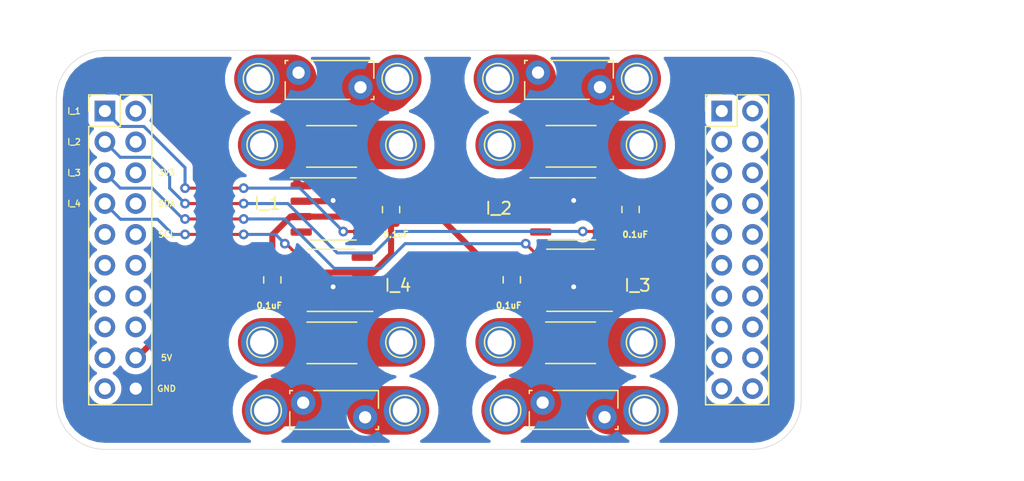
<source format=kicad_pcb>
(kicad_pcb (version 20171130) (host pcbnew "(5.1.6)-1")

  (general
    (thickness 1.6)
    (drawings 30)
    (tracks 166)
    (zones 0)
    (modules 34)
    (nets 61)
  )

  (page A4)
  (layers
    (0 F.Cu signal)
    (31 B.Cu signal)
    (32 B.Adhes user)
    (33 F.Adhes user)
    (34 B.Paste user)
    (35 F.Paste user)
    (36 B.SilkS user)
    (37 F.SilkS user)
    (38 B.Mask user)
    (39 F.Mask user)
    (40 Dwgs.User user hide)
    (41 Cmts.User user)
    (42 Eco1.User user)
    (43 Eco2.User user)
    (44 Edge.Cuts user)
    (45 Margin user)
    (46 B.CrtYd user hide)
    (47 F.CrtYd user hide)
    (48 B.Fab user)
    (49 F.Fab user hide)
  )

  (setup
    (last_trace_width 0.25)
    (user_trace_width 0.25)
    (user_trace_width 0.5)
    (user_trace_width 2)
    (user_trace_width 4)
    (trace_clearance 0.2)
    (zone_clearance 0.508)
    (zone_45_only no)
    (trace_min 0.2)
    (via_size 0.8)
    (via_drill 0.4)
    (via_min_size 0.4)
    (via_min_drill 0.3)
    (uvia_size 0.3)
    (uvia_drill 0.1)
    (uvias_allowed no)
    (uvia_min_size 0.2)
    (uvia_min_drill 0.1)
    (edge_width 0.05)
    (segment_width 0.2)
    (pcb_text_width 0.3)
    (pcb_text_size 1.5 1.5)
    (mod_edge_width 0.12)
    (mod_text_size 1 1)
    (mod_text_width 0.15)
    (pad_size 3.5 3.5)
    (pad_drill 2)
    (pad_to_mask_clearance 0.05)
    (aux_axis_origin 0 0)
    (grid_origin 109.96 81.5)
    (visible_elements 7FFFFFFF)
    (pcbplotparams
      (layerselection 0x010fc_ffffffff)
      (usegerberextensions false)
      (usegerberattributes true)
      (usegerberadvancedattributes true)
      (creategerberjobfile true)
      (excludeedgelayer true)
      (linewidth 0.100000)
      (plotframeref false)
      (viasonmask false)
      (mode 1)
      (useauxorigin false)
      (hpglpennumber 1)
      (hpglpenspeed 20)
      (hpglpendiameter 15.000000)
      (psnegative false)
      (psa4output false)
      (plotreference true)
      (plotvalue true)
      (plotinvisibletext false)
      (padsonsilk false)
      (subtractmaskfromsilk false)
      (outputformat 1)
      (mirror false)
      (drillshape 0)
      (scaleselection 1)
      (outputdirectory "../gerber_files/4x_I_sense/"))
  )

  (net 0 "")
  (net 1 GND)
  (net 2 +3V3)
  (net 3 +5V)
  (net 4 SDA)
  (net 5 SCL)
  (net 6 "Net-(F1-Pad1)")
  (net 7 "Net-(F1-Pad2)")
  (net 8 D0)
  (net 9 D1)
  (net 10 A0)
  (net 11 A1)
  (net 12 A2)
  (net 13 A3)
  (net 14 A4)
  (net 15 D3)
  (net 16 T_sense2)
  (net 17 T_sense1)
  (net 18 D2)
  (net 19 PWM0)
  (net 20 PWM1)
  (net 21 I_sense_1)
  (net 22 I_sense_2)
  (net 23 "Net-(U4-Pad4)")
  (net 24 "Net-(J5-Pad1)")
  (net 25 "Net-(F2-Pad1)")
  (net 26 "Net-(F2-Pad2)")
  (net 27 "Net-(F3-Pad2)")
  (net 28 "Net-(F3-Pad1)")
  (net 29 "Net-(F4-Pad1)")
  (net 30 "Net-(F4-Pad2)")
  (net 31 "Net-(J13-Pad1)")
  (net 32 "Net-(J14-Pad1)")
  (net 33 "Net-(J15-Pad1)")
  (net 34 "Net-(J16-Pad1)")
  (net 35 "Net-(U2-Pad4)")
  (net 36 "Net-(J6-Pad1)")
  (net 37 "Net-(J7-Pad1)")
  (net 38 "Net-(J8-Pad1)")
  (net 39 "Net-(J18-Pad20)")
  (net 40 "Net-(J18-Pad19)")
  (net 41 "Net-(J18-Pad18)")
  (net 42 "Net-(J18-Pad17)")
  (net 43 "Net-(J18-Pad16)")
  (net 44 "Net-(J18-Pad15)")
  (net 45 "Net-(J18-Pad14)")
  (net 46 "Net-(J18-Pad13)")
  (net 47 "Net-(J18-Pad12)")
  (net 48 "Net-(J18-Pad11)")
  (net 49 "Net-(J18-Pad10)")
  (net 50 "Net-(J18-Pad9)")
  (net 51 "Net-(J18-Pad8)")
  (net 52 "Net-(J18-Pad7)")
  (net 53 "Net-(J18-Pad6)")
  (net 54 "Net-(J18-Pad5)")
  (net 55 "Net-(J18-Pad4)")
  (net 56 "Net-(J18-Pad3)")
  (net 57 "Net-(J18-Pad2)")
  (net 58 "Net-(J18-Pad1)")
  (net 59 "Net-(U1-Pad4)")
  (net 60 "Net-(U3-Pad4)")

  (net_class Default "This is the default net class."
    (clearance 0.2)
    (trace_width 0.25)
    (via_dia 0.8)
    (via_drill 0.4)
    (uvia_dia 0.3)
    (uvia_drill 0.1)
    (add_net +3V3)
    (add_net A0)
    (add_net A1)
    (add_net A2)
    (add_net A3)
    (add_net A4)
    (add_net D0)
    (add_net D1)
    (add_net D2)
    (add_net D3)
    (add_net I_sense_1)
    (add_net I_sense_2)
    (add_net "Net-(F1-Pad1)")
    (add_net "Net-(F1-Pad2)")
    (add_net "Net-(F2-Pad1)")
    (add_net "Net-(F2-Pad2)")
    (add_net "Net-(F3-Pad1)")
    (add_net "Net-(F3-Pad2)")
    (add_net "Net-(F4-Pad1)")
    (add_net "Net-(F4-Pad2)")
    (add_net "Net-(J13-Pad1)")
    (add_net "Net-(J14-Pad1)")
    (add_net "Net-(J15-Pad1)")
    (add_net "Net-(J16-Pad1)")
    (add_net "Net-(J18-Pad1)")
    (add_net "Net-(J18-Pad10)")
    (add_net "Net-(J18-Pad11)")
    (add_net "Net-(J18-Pad12)")
    (add_net "Net-(J18-Pad13)")
    (add_net "Net-(J18-Pad14)")
    (add_net "Net-(J18-Pad15)")
    (add_net "Net-(J18-Pad16)")
    (add_net "Net-(J18-Pad17)")
    (add_net "Net-(J18-Pad18)")
    (add_net "Net-(J18-Pad19)")
    (add_net "Net-(J18-Pad2)")
    (add_net "Net-(J18-Pad20)")
    (add_net "Net-(J18-Pad3)")
    (add_net "Net-(J18-Pad4)")
    (add_net "Net-(J18-Pad5)")
    (add_net "Net-(J18-Pad6)")
    (add_net "Net-(J18-Pad7)")
    (add_net "Net-(J18-Pad8)")
    (add_net "Net-(J18-Pad9)")
    (add_net "Net-(J5-Pad1)")
    (add_net "Net-(J6-Pad1)")
    (add_net "Net-(J7-Pad1)")
    (add_net "Net-(J8-Pad1)")
    (add_net "Net-(U1-Pad4)")
    (add_net "Net-(U2-Pad4)")
    (add_net "Net-(U3-Pad4)")
    (add_net "Net-(U4-Pad4)")
    (add_net PWM0)
    (add_net PWM1)
    (add_net SCL)
    (add_net SDA)
    (add_net T_sense1)
    (add_net T_sense2)
  )

  (net_class Gnd ""
    (clearance 0.2)
    (trace_width 0.5)
    (via_dia 0.8)
    (via_drill 0.4)
    (uvia_dia 0.3)
    (uvia_drill 0.1)
    (add_net GND)
  )

  (net_class Vcc ""
    (clearance 0.2)
    (trace_width 0.5)
    (via_dia 0.8)
    (via_drill 0.4)
    (uvia_dia 0.3)
    (uvia_drill 0.1)
    (add_net +5V)
  )

  (module Package_SO:SO-8_3.9x4.9mm_P1.27mm (layer F.Cu) (tedit 5D9F72B1) (tstamp 5EE8F13B)
    (at 148.3002 72.575399 180)
    (descr "SO, 8 Pin (https://www.nxp.com/docs/en/data-sheet/PCF8523.pdf), generated with kicad-footprint-generator ipc_gullwing_generator.py")
    (tags "SO SO")
    (path /5EEA1777)
    (attr smd)
    (fp_text reference U4 (at -0.11 -0.12) (layer F.SilkS) hide
      (effects (font (size 1 1) (thickness 0.15)))
    )
    (fp_text value INA283 (at 0 3.4) (layer F.Fab)
      (effects (font (size 1 1) (thickness 0.15)))
    )
    (fp_line (start 0 2.56) (end 1.95 2.56) (layer F.SilkS) (width 0.12))
    (fp_line (start 0 2.56) (end -1.95 2.56) (layer F.SilkS) (width 0.12))
    (fp_line (start 0 -2.56) (end 1.95 -2.56) (layer F.SilkS) (width 0.12))
    (fp_line (start 0 -2.56) (end -3.45 -2.56) (layer F.SilkS) (width 0.12))
    (fp_line (start -0.975 -2.45) (end 1.95 -2.45) (layer F.Fab) (width 0.1))
    (fp_line (start 1.95 -2.45) (end 1.95 2.45) (layer F.Fab) (width 0.1))
    (fp_line (start 1.95 2.45) (end -1.95 2.45) (layer F.Fab) (width 0.1))
    (fp_line (start -1.95 2.45) (end -1.95 -1.475) (layer F.Fab) (width 0.1))
    (fp_line (start -1.95 -1.475) (end -0.975 -2.45) (layer F.Fab) (width 0.1))
    (fp_line (start -3.7 -2.7) (end -3.7 2.7) (layer F.CrtYd) (width 0.05))
    (fp_line (start -3.7 2.7) (end 3.7 2.7) (layer F.CrtYd) (width 0.05))
    (fp_line (start 3.7 2.7) (end 3.7 -2.7) (layer F.CrtYd) (width 0.05))
    (fp_line (start 3.7 -2.7) (end -3.7 -2.7) (layer F.CrtYd) (width 0.05))
    (fp_text user %R (at 0 0) (layer F.Fab)
      (effects (font (size 0.98 0.98) (thickness 0.15)))
    )
    (pad 8 smd roundrect (at 2.575 -1.905 180) (size 1.75 0.6) (layers F.Cu F.Paste F.Mask) (roundrect_rratio 0.25)
      (net 34 "Net-(J16-Pad1)"))
    (pad 7 smd roundrect (at 2.575 -0.635 180) (size 1.75 0.6) (layers F.Cu F.Paste F.Mask) (roundrect_rratio 0.25)
      (net 1 GND))
    (pad 6 smd roundrect (at 2.575 0.635 180) (size 1.75 0.6) (layers F.Cu F.Paste F.Mask) (roundrect_rratio 0.25)
      (net 3 +5V))
    (pad 5 smd roundrect (at 2.575 1.905 180) (size 1.75 0.6) (layers F.Cu F.Paste F.Mask) (roundrect_rratio 0.25)
      (net 12 A2))
    (pad 4 smd roundrect (at -2.575 1.905 180) (size 1.75 0.6) (layers F.Cu F.Paste F.Mask) (roundrect_rratio 0.25)
      (net 23 "Net-(U4-Pad4)"))
    (pad 3 smd roundrect (at -2.575 0.635 180) (size 1.75 0.6) (layers F.Cu F.Paste F.Mask) (roundrect_rratio 0.25)
      (net 3 +5V))
    (pad 2 smd roundrect (at -2.575 -0.635 180) (size 1.75 0.6) (layers F.Cu F.Paste F.Mask) (roundrect_rratio 0.25)
      (net 1 GND))
    (pad 1 smd roundrect (at -2.575 -1.905 180) (size 1.75 0.6) (layers F.Cu F.Paste F.Mask) (roundrect_rratio 0.25)
      (net 32 "Net-(J14-Pad1)"))
    (model ${KISYS3DMOD}/Package_SO.3dshapes/SO-8_3.9x4.9mm_P1.27mm.wrl
      (at (xyz 0 0 0))
      (scale (xyz 1 1 1))
      (rotate (xyz 0 0 0))
    )
  )

  (module Capacitor_SMD:C_0805_2012Metric (layer F.Cu) (tedit 5B36C52B) (tstamp 5EE8F12B)
    (at 143.473 72.5405 90)
    (descr "Capacitor SMD 0805 (2012 Metric), square (rectangular) end terminal, IPC_7351 nominal, (Body size source: https://docs.google.com/spreadsheets/d/1BsfQQcO9C6DZCsRaXUlFlo91Tg2WpOkGARC1WS5S8t0/edit?usp=sharing), generated with kicad-footprint-generator")
    (tags capacitor)
    (path /5EEA1794)
    (attr smd)
    (fp_text reference C4 (at 0.0485 -1.8542 180) (layer Dwgs.User) hide
      (effects (font (size 1 1) (thickness 0.15)))
    )
    (fp_text value 0.1uF (at 0 1.65 90) (layer F.Fab)
      (effects (font (size 1 1) (thickness 0.15)))
    )
    (fp_line (start -1 0.6) (end -1 -0.6) (layer F.Fab) (width 0.1))
    (fp_line (start -1 -0.6) (end 1 -0.6) (layer F.Fab) (width 0.1))
    (fp_line (start 1 -0.6) (end 1 0.6) (layer F.Fab) (width 0.1))
    (fp_line (start 1 0.6) (end -1 0.6) (layer F.Fab) (width 0.1))
    (fp_line (start -0.258578 -0.71) (end 0.258578 -0.71) (layer F.SilkS) (width 0.12))
    (fp_line (start -0.258578 0.71) (end 0.258578 0.71) (layer F.SilkS) (width 0.12))
    (fp_line (start -1.68 0.95) (end -1.68 -0.95) (layer F.CrtYd) (width 0.05))
    (fp_line (start -1.68 -0.95) (end 1.68 -0.95) (layer F.CrtYd) (width 0.05))
    (fp_line (start 1.68 -0.95) (end 1.68 0.95) (layer F.CrtYd) (width 0.05))
    (fp_line (start 1.68 0.95) (end -1.68 0.95) (layer F.CrtYd) (width 0.05))
    (fp_text user %R (at 0 0 90) (layer F.Fab)
      (effects (font (size 0.5 0.5) (thickness 0.08)))
    )
    (pad 1 smd roundrect (at -0.9375 0 90) (size 0.975 1.4) (layers F.Cu F.Paste F.Mask) (roundrect_rratio 0.25)
      (net 1 GND))
    (pad 2 smd roundrect (at 0.9375 0 90) (size 0.975 1.4) (layers F.Cu F.Paste F.Mask) (roundrect_rratio 0.25)
      (net 3 +5V))
    (model ${KISYS3DMOD}/Capacitor_SMD.3dshapes/C_0805_2012Metric.wrl
      (at (xyz 0 0 0))
      (scale (xyz 1 1 1))
      (rotate (xyz 0 0 0))
    )
  )

  (module Resistor_SMD:R_2512_6332Metric (layer F.Cu) (tedit 5B301BBD) (tstamp 5EE8F11B)
    (at 148.314 77.7244)
    (descr "Resistor SMD 2512 (6332 Metric), square (rectangular) end terminal, IPC_7351 nominal, (Body size source: http://www.tortai-tech.com/upload/download/2011102023233369053.pdf), generated with kicad-footprint-generator")
    (tags resistor)
    (path /5EEA17BB)
    (attr smd)
    (fp_text reference R4 (at 0 0) (layer Dwgs.User) hide
      (effects (font (size 1 1) (thickness 0.15)))
    )
    (fp_text value 0.5m (at 0 2.62) (layer F.Fab)
      (effects (font (size 1 1) (thickness 0.15)))
    )
    (fp_line (start -3.15 1.6) (end -3.15 -1.6) (layer F.Fab) (width 0.1))
    (fp_line (start -3.15 -1.6) (end 3.15 -1.6) (layer F.Fab) (width 0.1))
    (fp_line (start 3.15 -1.6) (end 3.15 1.6) (layer F.Fab) (width 0.1))
    (fp_line (start 3.15 1.6) (end -3.15 1.6) (layer F.Fab) (width 0.1))
    (fp_line (start -2.052064 -1.71) (end 2.052064 -1.71) (layer F.SilkS) (width 0.12))
    (fp_line (start -2.052064 1.71) (end 2.052064 1.71) (layer F.SilkS) (width 0.12))
    (fp_line (start -3.82 1.92) (end -3.82 -1.92) (layer F.CrtYd) (width 0.05))
    (fp_line (start -3.82 -1.92) (end 3.82 -1.92) (layer F.CrtYd) (width 0.05))
    (fp_line (start 3.82 -1.92) (end 3.82 1.92) (layer F.CrtYd) (width 0.05))
    (fp_line (start 3.82 1.92) (end -3.82 1.92) (layer F.CrtYd) (width 0.05))
    (fp_text user %R (at 0 0) (layer F.Fab)
      (effects (font (size 1 1) (thickness 0.15)))
    )
    (pad 2 smd roundrect (at 2.9 0) (size 1.35 3.35) (layers F.Cu F.Paste F.Mask) (roundrect_rratio 0.185185)
      (net 32 "Net-(J14-Pad1)"))
    (pad 1 smd roundrect (at -2.9 0) (size 1.35 3.35) (layers F.Cu F.Paste F.Mask) (roundrect_rratio 0.185185)
      (net 34 "Net-(J16-Pad1)"))
    (model ${KISYS3DMOD}/Resistor_SMD.3dshapes/R_2512_6332Metric.wrl
      (at (xyz 0 0 0))
      (scale (xyz 1 1 1))
      (rotate (xyz 0 0 0))
    )
  )

  (module Connector_Pin:Pin_D1.0mm_L10.0mm (layer F.Cu) (tedit 5EE0CD58) (tstamp 5EE8F112)
    (at 153.76 55.982)
    (descr "solder Pin_ diameter 1.0mm, hole diameter 1.0mm (press fit), length 10.0mm")
    (tags "solder Pin_ press fit")
    (path /5EE9D715)
    (clearance 1)
    (fp_text reference J9 (at 0 2.25) (layer Dwgs.User) hide
      (effects (font (size 1 1) (thickness 0.15)))
    )
    (fp_text value "Peltier V-" (at 0 -2.05) (layer F.Fab)
      (effects (font (size 1 1) (thickness 0.15)))
    )
    (fp_circle (center 0 0) (end 1.25 0.05) (layer F.SilkS) (width 0.12))
    (fp_circle (center 0 0) (end 1 0) (layer F.Fab) (width 0.12))
    (fp_circle (center 0 0) (end 0.5 0) (layer F.Fab) (width 0.12))
    (fp_circle (center 0 0) (end 1.5 0) (layer F.CrtYd) (width 0.05))
    (fp_text user %R (at 0 2.25) (layer F.Fab)
      (effects (font (size 1 1) (thickness 0.15)))
    )
    (pad 1 thru_hole circle (at 0 0) (size 3.5 3.5) (drill 2) (layers *.Cu *.Mask)
      (net 27 "Net-(F3-Pad2)"))
  )

  (module Resistor_SMD:R_2512_6332Metric (layer F.Cu) (tedit 5B301BBD) (tstamp 5EE8F102)
    (at 148.3498 61.5446 180)
    (descr "Resistor SMD 2512 (6332 Metric), square (rectangular) end terminal, IPC_7351 nominal, (Body size source: http://www.tortai-tech.com/upload/download/2011102023233369053.pdf), generated with kicad-footprint-generator")
    (tags resistor)
    (path /5EE9D765)
    (attr smd)
    (fp_text reference R3 (at 0 0) (layer Dwgs.User) hide
      (effects (font (size 1 1) (thickness 0.15)))
    )
    (fp_text value 0.5m (at 0 2.62) (layer F.Fab)
      (effects (font (size 1 1) (thickness 0.15)))
    )
    (fp_line (start -3.15 1.6) (end -3.15 -1.6) (layer F.Fab) (width 0.1))
    (fp_line (start -3.15 -1.6) (end 3.15 -1.6) (layer F.Fab) (width 0.1))
    (fp_line (start 3.15 -1.6) (end 3.15 1.6) (layer F.Fab) (width 0.1))
    (fp_line (start 3.15 1.6) (end -3.15 1.6) (layer F.Fab) (width 0.1))
    (fp_line (start -2.052064 -1.71) (end 2.052064 -1.71) (layer F.SilkS) (width 0.12))
    (fp_line (start -2.052064 1.71) (end 2.052064 1.71) (layer F.SilkS) (width 0.12))
    (fp_line (start -3.82 1.92) (end -3.82 -1.92) (layer F.CrtYd) (width 0.05))
    (fp_line (start -3.82 -1.92) (end 3.82 -1.92) (layer F.CrtYd) (width 0.05))
    (fp_line (start 3.82 -1.92) (end 3.82 1.92) (layer F.CrtYd) (width 0.05))
    (fp_line (start 3.82 1.92) (end -3.82 1.92) (layer F.CrtYd) (width 0.05))
    (fp_text user %R (at 0 0) (layer F.Fab)
      (effects (font (size 1 1) (thickness 0.15)))
    )
    (pad 2 smd roundrect (at 2.9 0 180) (size 1.35 3.35) (layers F.Cu F.Paste F.Mask) (roundrect_rratio 0.185185)
      (net 31 "Net-(J13-Pad1)"))
    (pad 1 smd roundrect (at -2.9 0 180) (size 1.35 3.35) (layers F.Cu F.Paste F.Mask) (roundrect_rratio 0.185185)
      (net 33 "Net-(J15-Pad1)"))
    (model ${KISYS3DMOD}/Resistor_SMD.3dshapes/R_2512_6332Metric.wrl
      (at (xyz 0 0 0))
      (scale (xyz 1 1 1))
      (rotate (xyz 0 0 0))
    )
  )

  (module Connector_Pin:Pin_D1.0mm_L10.0mm (layer F.Cu) (tedit 5EE0CD84) (tstamp 5EE8F0F9)
    (at 142.33 55.982)
    (descr "solder Pin_ diameter 1.0mm, hole diameter 1.0mm (press fit), length 10.0mm")
    (tags "solder Pin_ press fit")
    (path /5EE9D744)
    (clearance 1)
    (fp_text reference J10 (at 0 2.25) (layer Dwgs.User) hide
      (effects (font (size 1 1) (thickness 0.15)))
    )
    (fp_text value "Driver V-" (at 0 -2.05) (layer F.Fab)
      (effects (font (size 1 1) (thickness 0.15)))
    )
    (fp_circle (center 0 0) (end 1.25 0.05) (layer F.SilkS) (width 0.12))
    (fp_circle (center 0 0) (end 1 0) (layer F.Fab) (width 0.12))
    (fp_circle (center 0 0) (end 0.5 0) (layer F.Fab) (width 0.12))
    (fp_circle (center 0 0) (end 1.5 0) (layer F.CrtYd) (width 0.05))
    (fp_text user %R (at 0 2.25) (layer F.Fab)
      (effects (font (size 1 1) (thickness 0.15)))
    )
    (pad 1 thru_hole circle (at 0 0) (size 3.5 3.5) (drill 2) (layers *.Cu *.Mask)
      (net 28 "Net-(F3-Pad1)"))
  )

  (module Connector_Pin:Pin_D1.0mm_L10.0mm (layer F.Cu) (tedit 5EE0CDB0) (tstamp 5EE8F0F0)
    (at 154.156 77.69)
    (descr "solder Pin_ diameter 1.0mm, hole diameter 1.0mm (press fit), length 10.0mm")
    (tags "solder Pin_ press fit")
    (path /5EEA1765)
    (clearance 1)
    (fp_text reference J14 (at -0.174 -2.032) (layer Dwgs.User) hide
      (effects (font (size 1 1) (thickness 0.15)))
    )
    (fp_text value "Peltier V+" (at 0 -2.05) (layer F.Fab)
      (effects (font (size 1 1) (thickness 0.15)))
    )
    (fp_circle (center 0 0) (end 1.25 0.05) (layer F.SilkS) (width 0.12))
    (fp_circle (center 0 0) (end 1 0) (layer F.Fab) (width 0.12))
    (fp_circle (center 0 0) (end 0.5 0) (layer F.Fab) (width 0.12))
    (fp_circle (center 0 0) (end 1.5 0) (layer F.CrtYd) (width 0.05))
    (fp_text user %R (at 0 2.25) (layer F.Fab)
      (effects (font (size 1 1) (thickness 0.15)))
    )
    (pad 1 thru_hole circle (at 0 0) (size 3.5 3.5) (drill 2) (layers *.Cu *.Mask)
      (net 32 "Net-(J14-Pad1)"))
  )

  (module Connector_Pin:Pin_D1.0mm_L10.0mm (layer F.Cu) (tedit 5EE0CD36) (tstamp 5EE8F0E7)
    (at 154.156 61.434)
    (descr "solder Pin_ diameter 1.0mm, hole diameter 1.0mm (press fit), length 10.0mm")
    (tags "solder Pin_ press fit")
    (path /5EE9D74A)
    (clearance 1)
    (fp_text reference J15 (at 0 2.25) (layer Dwgs.User) hide
      (effects (font (size 1 1) (thickness 0.15)))
    )
    (fp_text value "Driver V+" (at 0 -2.05) (layer F.Fab)
      (effects (font (size 1 1) (thickness 0.15)))
    )
    (fp_circle (center 0 0) (end 1.5 0) (layer F.CrtYd) (width 0.05))
    (fp_circle (center 0 0) (end 0.5 0) (layer F.Fab) (width 0.12))
    (fp_circle (center 0 0) (end 1 0) (layer F.Fab) (width 0.12))
    (fp_circle (center 0 0) (end 1.25 0.05) (layer F.SilkS) (width 0.12))
    (fp_text user %R (at 0 2.25) (layer F.Fab)
      (effects (font (size 1 1) (thickness 0.15)))
    )
    (pad 1 thru_hole circle (at 0 0) (size 3.5 3.5) (drill 2) (layers *.Cu *.Mask)
      (net 33 "Net-(J15-Pad1)"))
  )

  (module Fuse:Fuse_Bourns_MF-RG300 (layer F.Cu) (tedit 5B8F0E50) (tstamp 5EE8F0D1)
    (at 146.013 82.652)
    (descr "PTC Resettable Fuse, Ihold = 3.0A, Itrip=5.1A, http://www.bourns.com/docs/Product-Datasheets/mfrg.pdf")
    (tags "ptc resettable fuse polyfuse THT")
    (path /5EEA1771)
    (fp_text reference F4 (at 2.5146 0.4572) (layer Dwgs.User) hide
      (effects (font (size 1 1) (thickness 0.15)))
    )
    (fp_text value "3A hold, 5.1A trip" (at 2.55 3.1) (layer F.Fab)
      (effects (font (size 1 1) (thickness 0.15)))
    )
    (fp_line (start 6.35 -1.15) (end -1.25 -1.15) (layer F.CrtYd) (width 0.05))
    (fp_line (start 6.35 2.35) (end 6.35 -1.15) (layer F.CrtYd) (width 0.05))
    (fp_line (start -1.25 2.35) (end 6.35 2.35) (layer F.CrtYd) (width 0.05))
    (fp_line (start -1.25 -1.15) (end -1.25 2.35) (layer F.CrtYd) (width 0.05))
    (fp_line (start 6.2 1.95) (end 6.2 2.2) (layer F.SilkS) (width 0.12))
    (fp_line (start 6.2 -1) (end 6.2 0.451) (layer F.SilkS) (width 0.12))
    (fp_line (start -1.1 0.75) (end -1.1 2.2) (layer F.SilkS) (width 0.12))
    (fp_line (start -1.1 -1) (end -1.1 -0.75) (layer F.SilkS) (width 0.12))
    (fp_line (start 5.979 2.2) (end 6.2 2.2) (layer F.SilkS) (width 0.12))
    (fp_line (start -1.1 2.2) (end 4.222 2.2) (layer F.SilkS) (width 0.12))
    (fp_line (start 0.879 -1) (end 6.2 -1) (layer F.SilkS) (width 0.12))
    (fp_line (start -1.1 -1) (end -0.879 -1) (layer F.SilkS) (width 0.12))
    (fp_line (start 6.1 -0.9) (end -1 -0.9) (layer F.Fab) (width 0.1))
    (fp_line (start 6.1 2.1) (end 6.1 -0.9) (layer F.Fab) (width 0.1))
    (fp_line (start -1 2.1) (end 6.1 2.1) (layer F.Fab) (width 0.1))
    (fp_line (start -1 -0.9) (end -1 2.1) (layer F.Fab) (width 0.1))
    (fp_text user %R (at 2.55 0.6) (layer F.Fab)
      (effects (font (size 1 1) (thickness 0.15)))
    )
    (pad 1 thru_hole circle (at 0 0) (size 2.01 2.01) (drill 1.01) (layers *.Cu *.Mask)
      (net 29 "Net-(F4-Pad1)"))
    (pad 2 thru_hole circle (at 5.1 1.2) (size 2.01 2.01) (drill 1.01) (layers *.Cu *.Mask)
      (net 30 "Net-(F4-Pad2)"))
    (model ${KISYS3DMOD}/Fuse.3dshapes/Fuse_Bourns_MF-RG300.wrl
      (at (xyz 0 0 0))
      (scale (xyz 1 1 1))
      (rotate (xyz 0 0 0))
    )
  )

  (module Connector_Pin:Pin_D1.0mm_L10.0mm (layer F.Cu) (tedit 5EE0CD90) (tstamp 5EE8F0C8)
    (at 142.472 61.434)
    (descr "solder Pin_ diameter 1.0mm, hole diameter 1.0mm (press fit), length 10.0mm")
    (tags "solder Pin_ press fit")
    (path /5EE9D70F)
    (clearance 1)
    (fp_text reference J13 (at 0 2.25) (layer Dwgs.User) hide
      (effects (font (size 1 1) (thickness 0.15)))
    )
    (fp_text value "Peltier V+" (at 0 -2.05) (layer F.Fab)
      (effects (font (size 1 1) (thickness 0.15)))
    )
    (fp_circle (center 0 0) (end 1.5 0) (layer F.CrtYd) (width 0.05))
    (fp_circle (center 0 0) (end 0.5 0) (layer F.Fab) (width 0.12))
    (fp_circle (center 0 0) (end 1 0) (layer F.Fab) (width 0.12))
    (fp_circle (center 0 0) (end 1.25 0.05) (layer F.SilkS) (width 0.12))
    (fp_text user %R (at 0 2.25) (layer F.Fab)
      (effects (font (size 1 1) (thickness 0.15)))
    )
    (pad 1 thru_hole circle (at 0 0) (size 3.5 3.5) (drill 2) (layers *.Cu *.Mask)
      (net 31 "Net-(J13-Pad1)"))
  )

  (module Connector_Pin:Pin_D1.0mm_L10.0mm (layer F.Cu) (tedit 5EE0CDC9) (tstamp 5EE8F0BF)
    (at 142.472 77.69)
    (descr "solder Pin_ diameter 1.0mm, hole diameter 1.0mm (press fit), length 10.0mm")
    (tags "solder Pin_ press fit")
    (path /5EEA17A0)
    (clearance 1)
    (fp_text reference J16 (at 0 -2.286) (layer Dwgs.User) hide
      (effects (font (size 1 1) (thickness 0.15)))
    )
    (fp_text value "Driver V+" (at 0 -2.05) (layer F.Fab)
      (effects (font (size 1 1) (thickness 0.15)))
    )
    (fp_circle (center 0 0) (end 1.25 0.05) (layer F.SilkS) (width 0.12))
    (fp_circle (center 0 0) (end 1 0) (layer F.Fab) (width 0.12))
    (fp_circle (center 0 0) (end 0.5 0) (layer F.Fab) (width 0.12))
    (fp_circle (center 0 0) (end 1.5 0) (layer F.CrtYd) (width 0.05))
    (fp_text user %R (at 0 2.25) (layer F.Fab)
      (effects (font (size 1 1) (thickness 0.15)))
    )
    (pad 1 thru_hole circle (at 0 0) (size 3.5 3.5) (drill 2) (layers *.Cu *.Mask)
      (net 34 "Net-(J16-Pad1)"))
  )

  (module Connector_Pin:Pin_D1.0mm_L10.0mm (layer F.Cu) (tedit 5EE0CDC0) (tstamp 5EE8F0B6)
    (at 142.965 83.287)
    (descr "solder Pin_ diameter 1.0mm, hole diameter 1.0mm (press fit), length 10.0mm")
    (tags "solder Pin_ press fit")
    (path /5EEA179A)
    (clearance 1)
    (fp_text reference J12 (at 0 -2.159) (layer Dwgs.User) hide
      (effects (font (size 1 1) (thickness 0.15)))
    )
    (fp_text value "Driver V-" (at 0 -2.05) (layer F.Fab)
      (effects (font (size 1 1) (thickness 0.15)))
    )
    (fp_circle (center 0 0) (end 1.5 0) (layer F.CrtYd) (width 0.05))
    (fp_circle (center 0 0) (end 0.5 0) (layer F.Fab) (width 0.12))
    (fp_circle (center 0 0) (end 1 0) (layer F.Fab) (width 0.12))
    (fp_circle (center 0 0) (end 1.25 0.05) (layer F.SilkS) (width 0.12))
    (fp_text user %R (at 0 2.25) (layer F.Fab)
      (effects (font (size 1 1) (thickness 0.15)))
    )
    (pad 1 thru_hole circle (at 0 0) (size 3.5 3.5) (drill 2) (layers *.Cu *.Mask)
      (net 29 "Net-(F4-Pad1)"))
  )

  (module Package_SO:SO-8_3.9x4.9mm_P1.27mm (layer F.Cu) (tedit 5D9F72B1) (tstamp 5EE8F09D)
    (at 148.4248 66.693601)
    (descr "SO, 8 Pin (https://www.nxp.com/docs/en/data-sheet/PCF8523.pdf), generated with kicad-footprint-generator ipc_gullwing_generator.py")
    (tags "SO SO")
    (path /5EE9D721)
    (attr smd)
    (fp_text reference U3 (at -0.075 -0.069001) (layer F.SilkS) hide
      (effects (font (size 1 1) (thickness 0.15)))
    )
    (fp_text value INA283 (at 0 3.4) (layer F.Fab)
      (effects (font (size 1 1) (thickness 0.15)))
    )
    (fp_line (start 0 2.56) (end 1.95 2.56) (layer F.SilkS) (width 0.12))
    (fp_line (start 0 2.56) (end -1.95 2.56) (layer F.SilkS) (width 0.12))
    (fp_line (start 0 -2.56) (end 1.95 -2.56) (layer F.SilkS) (width 0.12))
    (fp_line (start 0 -2.56) (end -3.45 -2.56) (layer F.SilkS) (width 0.12))
    (fp_line (start -0.975 -2.45) (end 1.95 -2.45) (layer F.Fab) (width 0.1))
    (fp_line (start 1.95 -2.45) (end 1.95 2.45) (layer F.Fab) (width 0.1))
    (fp_line (start 1.95 2.45) (end -1.95 2.45) (layer F.Fab) (width 0.1))
    (fp_line (start -1.95 2.45) (end -1.95 -1.475) (layer F.Fab) (width 0.1))
    (fp_line (start -1.95 -1.475) (end -0.975 -2.45) (layer F.Fab) (width 0.1))
    (fp_line (start -3.7 -2.7) (end -3.7 2.7) (layer F.CrtYd) (width 0.05))
    (fp_line (start -3.7 2.7) (end 3.7 2.7) (layer F.CrtYd) (width 0.05))
    (fp_line (start 3.7 2.7) (end 3.7 -2.7) (layer F.CrtYd) (width 0.05))
    (fp_line (start 3.7 -2.7) (end -3.7 -2.7) (layer F.CrtYd) (width 0.05))
    (fp_text user %R (at 0 0) (layer F.Fab)
      (effects (font (size 0.98 0.98) (thickness 0.15)))
    )
    (pad 8 smd roundrect (at 2.575 -1.905) (size 1.75 0.6) (layers F.Cu F.Paste F.Mask) (roundrect_rratio 0.25)
      (net 33 "Net-(J15-Pad1)"))
    (pad 7 smd roundrect (at 2.575 -0.635) (size 1.75 0.6) (layers F.Cu F.Paste F.Mask) (roundrect_rratio 0.25)
      (net 1 GND))
    (pad 6 smd roundrect (at 2.575 0.635) (size 1.75 0.6) (layers F.Cu F.Paste F.Mask) (roundrect_rratio 0.25)
      (net 3 +5V))
    (pad 5 smd roundrect (at 2.575 1.905) (size 1.75 0.6) (layers F.Cu F.Paste F.Mask) (roundrect_rratio 0.25)
      (net 11 A1))
    (pad 4 smd roundrect (at -2.575 1.905) (size 1.75 0.6) (layers F.Cu F.Paste F.Mask) (roundrect_rratio 0.25)
      (net 60 "Net-(U3-Pad4)"))
    (pad 3 smd roundrect (at -2.575 0.635) (size 1.75 0.6) (layers F.Cu F.Paste F.Mask) (roundrect_rratio 0.25)
      (net 3 +5V))
    (pad 2 smd roundrect (at -2.575 -0.635) (size 1.75 0.6) (layers F.Cu F.Paste F.Mask) (roundrect_rratio 0.25)
      (net 1 GND))
    (pad 1 smd roundrect (at -2.575 -1.905) (size 1.75 0.6) (layers F.Cu F.Paste F.Mask) (roundrect_rratio 0.25)
      (net 31 "Net-(J13-Pad1)"))
    (model ${KISYS3DMOD}/Package_SO.3dshapes/SO-8_3.9x4.9mm_P1.27mm.wrl
      (at (xyz 0 0 0))
      (scale (xyz 1 1 1))
      (rotate (xyz 0 0 0))
    )
  )

  (module Capacitor_SMD:C_0805_2012Metric (layer F.Cu) (tedit 5B36C52B) (tstamp 5EE8F08D)
    (at 153.252 66.7493 270)
    (descr "Capacitor SMD 0805 (2012 Metric), square (rectangular) end terminal, IPC_7351 nominal, (Body size source: https://docs.google.com/spreadsheets/d/1BsfQQcO9C6DZCsRaXUlFlo91Tg2WpOkGARC1WS5S8t0/edit?usp=sharing), generated with kicad-footprint-generator")
    (tags capacitor)
    (path /5EE9D73E)
    (attr smd)
    (fp_text reference C3 (at 0 -1.65 90) (layer Dwgs.User) hide
      (effects (font (size 1 1) (thickness 0.15)))
    )
    (fp_text value 0.1uF (at 0 1.65 90) (layer F.Fab)
      (effects (font (size 1 1) (thickness 0.15)))
    )
    (fp_line (start -1 0.6) (end -1 -0.6) (layer F.Fab) (width 0.1))
    (fp_line (start -1 -0.6) (end 1 -0.6) (layer F.Fab) (width 0.1))
    (fp_line (start 1 -0.6) (end 1 0.6) (layer F.Fab) (width 0.1))
    (fp_line (start 1 0.6) (end -1 0.6) (layer F.Fab) (width 0.1))
    (fp_line (start -0.258578 -0.71) (end 0.258578 -0.71) (layer F.SilkS) (width 0.12))
    (fp_line (start -0.258578 0.71) (end 0.258578 0.71) (layer F.SilkS) (width 0.12))
    (fp_line (start -1.68 0.95) (end -1.68 -0.95) (layer F.CrtYd) (width 0.05))
    (fp_line (start -1.68 -0.95) (end 1.68 -0.95) (layer F.CrtYd) (width 0.05))
    (fp_line (start 1.68 -0.95) (end 1.68 0.95) (layer F.CrtYd) (width 0.05))
    (fp_line (start 1.68 0.95) (end -1.68 0.95) (layer F.CrtYd) (width 0.05))
    (fp_text user %R (at 0 0 90) (layer F.Fab)
      (effects (font (size 0.5 0.5) (thickness 0.08)))
    )
    (pad 2 smd roundrect (at 0.9375 0 270) (size 0.975 1.4) (layers F.Cu F.Paste F.Mask) (roundrect_rratio 0.25)
      (net 3 +5V))
    (pad 1 smd roundrect (at -0.9375 0 270) (size 0.975 1.4) (layers F.Cu F.Paste F.Mask) (roundrect_rratio 0.25)
      (net 1 GND))
    (model ${KISYS3DMOD}/Capacitor_SMD.3dshapes/C_0805_2012Metric.wrl
      (at (xyz 0 0 0))
      (scale (xyz 1 1 1))
      (rotate (xyz 0 0 0))
    )
  )

  (module Connector_Pin:Pin_D1.0mm_L10.0mm (layer F.Cu) (tedit 5EE0CDB8) (tstamp 5EE8F084)
    (at 154.395 83.287)
    (descr "solder Pin_ diameter 1.0mm, hole diameter 1.0mm (press fit), length 10.0mm")
    (tags "solder Pin_ press fit")
    (path /5EEA176B)
    (clearance 1)
    (fp_text reference J11 (at 0.254 -2.413) (layer Dwgs.User) hide
      (effects (font (size 1 1) (thickness 0.15)))
    )
    (fp_text value "Peltier V-" (at 0 -2.05) (layer F.Fab)
      (effects (font (size 1 1) (thickness 0.15)))
    )
    (fp_circle (center 0 0) (end 1.5 0) (layer F.CrtYd) (width 0.05))
    (fp_circle (center 0 0) (end 0.5 0) (layer F.Fab) (width 0.12))
    (fp_circle (center 0 0) (end 1 0) (layer F.Fab) (width 0.12))
    (fp_circle (center 0 0) (end 1.25 0.05) (layer F.SilkS) (width 0.12))
    (fp_text user %R (at 0 2.25) (layer F.Fab)
      (effects (font (size 1 1) (thickness 0.15)))
    )
    (pad 1 thru_hole circle (at 0 0) (size 3.5 3.5) (drill 2) (layers *.Cu *.Mask)
      (net 30 "Net-(F4-Pad2)"))
  )

  (module Fuse:Fuse_Bourns_MF-RG300 (layer F.Cu) (tedit 5B8F0E50) (tstamp 5EE8F06E)
    (at 145.632 55.474)
    (descr "PTC Resettable Fuse, Ihold = 3.0A, Itrip=5.1A, http://www.bourns.com/docs/Product-Datasheets/mfrg.pdf")
    (tags "ptc resettable fuse polyfuse THT")
    (path /5EE9D71B)
    (fp_text reference F3 (at 2.6162 0.635) (layer Dwgs.User) hide
      (effects (font (size 1 1) (thickness 0.15)))
    )
    (fp_text value "3A hold, 5.1A trip" (at 2.55 3.1) (layer F.Fab)
      (effects (font (size 1 1) (thickness 0.15)))
    )
    (fp_line (start -1 -0.9) (end -1 2.1) (layer F.Fab) (width 0.1))
    (fp_line (start -1 2.1) (end 6.1 2.1) (layer F.Fab) (width 0.1))
    (fp_line (start 6.1 2.1) (end 6.1 -0.9) (layer F.Fab) (width 0.1))
    (fp_line (start 6.1 -0.9) (end -1 -0.9) (layer F.Fab) (width 0.1))
    (fp_line (start -1.1 -1) (end -0.879 -1) (layer F.SilkS) (width 0.12))
    (fp_line (start 0.879 -1) (end 6.2 -1) (layer F.SilkS) (width 0.12))
    (fp_line (start -1.1 2.2) (end 4.222 2.2) (layer F.SilkS) (width 0.12))
    (fp_line (start 5.979 2.2) (end 6.2 2.2) (layer F.SilkS) (width 0.12))
    (fp_line (start -1.1 -1) (end -1.1 -0.75) (layer F.SilkS) (width 0.12))
    (fp_line (start -1.1 0.75) (end -1.1 2.2) (layer F.SilkS) (width 0.12))
    (fp_line (start 6.2 -1) (end 6.2 0.451) (layer F.SilkS) (width 0.12))
    (fp_line (start 6.2 1.95) (end 6.2 2.2) (layer F.SilkS) (width 0.12))
    (fp_line (start -1.25 -1.15) (end -1.25 2.35) (layer F.CrtYd) (width 0.05))
    (fp_line (start -1.25 2.35) (end 6.35 2.35) (layer F.CrtYd) (width 0.05))
    (fp_line (start 6.35 2.35) (end 6.35 -1.15) (layer F.CrtYd) (width 0.05))
    (fp_line (start 6.35 -1.15) (end -1.25 -1.15) (layer F.CrtYd) (width 0.05))
    (fp_text user %R (at 2.55 0.6) (layer F.Fab)
      (effects (font (size 1 1) (thickness 0.15)))
    )
    (pad 2 thru_hole circle (at 5.1 1.2) (size 2.01 2.01) (drill 1.01) (layers *.Cu *.Mask)
      (net 27 "Net-(F3-Pad2)"))
    (pad 1 thru_hole circle (at 0 0) (size 2.01 2.01) (drill 1.01) (layers *.Cu *.Mask)
      (net 28 "Net-(F3-Pad1)"))
    (model ${KISYS3DMOD}/Fuse.3dshapes/Fuse_Bourns_MF-RG300.wrl
      (at (xyz 0 0 0))
      (scale (xyz 1 1 1))
      (rotate (xyz 0 0 0))
    )
  )

  (module Fuse:Fuse_Bourns_MF-RG300 (layer F.Cu) (tedit 5B8F0E50) (tstamp 5EE1001F)
    (at 125.91 55.482)
    (descr "PTC Resettable Fuse, Ihold = 3.0A, Itrip=5.1A, http://www.bourns.com/docs/Product-Datasheets/mfrg.pdf")
    (tags "ptc resettable fuse polyfuse THT")
    (path /5EEAB452)
    (fp_text reference F2 (at 2.6162 0.635) (layer Dwgs.User) hide
      (effects (font (size 1 1) (thickness 0.15)))
    )
    (fp_text value "3A hold, 5.1A trip" (at 2.55 3.1) (layer F.Fab)
      (effects (font (size 1 1) (thickness 0.15)))
    )
    (fp_line (start -1 -0.9) (end -1 2.1) (layer F.Fab) (width 0.1))
    (fp_line (start -1 2.1) (end 6.1 2.1) (layer F.Fab) (width 0.1))
    (fp_line (start 6.1 2.1) (end 6.1 -0.9) (layer F.Fab) (width 0.1))
    (fp_line (start 6.1 -0.9) (end -1 -0.9) (layer F.Fab) (width 0.1))
    (fp_line (start -1.1 -1) (end -0.879 -1) (layer F.SilkS) (width 0.12))
    (fp_line (start 0.879 -1) (end 6.2 -1) (layer F.SilkS) (width 0.12))
    (fp_line (start -1.1 2.2) (end 4.222 2.2) (layer F.SilkS) (width 0.12))
    (fp_line (start 5.979 2.2) (end 6.2 2.2) (layer F.SilkS) (width 0.12))
    (fp_line (start -1.1 -1) (end -1.1 -0.75) (layer F.SilkS) (width 0.12))
    (fp_line (start -1.1 0.75) (end -1.1 2.2) (layer F.SilkS) (width 0.12))
    (fp_line (start 6.2 -1) (end 6.2 0.451) (layer F.SilkS) (width 0.12))
    (fp_line (start 6.2 1.95) (end 6.2 2.2) (layer F.SilkS) (width 0.12))
    (fp_line (start -1.25 -1.15) (end -1.25 2.35) (layer F.CrtYd) (width 0.05))
    (fp_line (start -1.25 2.35) (end 6.35 2.35) (layer F.CrtYd) (width 0.05))
    (fp_line (start 6.35 2.35) (end 6.35 -1.15) (layer F.CrtYd) (width 0.05))
    (fp_line (start 6.35 -1.15) (end -1.25 -1.15) (layer F.CrtYd) (width 0.05))
    (fp_text user %R (at 2.55 0.6) (layer F.Fab)
      (effects (font (size 1 1) (thickness 0.15)))
    )
    (pad 1 thru_hole circle (at 0 0) (size 2.01 2.01) (drill 1.01) (layers *.Cu *.Mask)
      (net 25 "Net-(F2-Pad1)"))
    (pad 2 thru_hole circle (at 5.1 1.2) (size 2.01 2.01) (drill 1.01) (layers *.Cu *.Mask)
      (net 26 "Net-(F2-Pad2)"))
    (model ${KISYS3DMOD}/Fuse.3dshapes/Fuse_Bourns_MF-RG300.wrl
      (at (xyz 0 0 0))
      (scale (xyz 1 1 1))
      (rotate (xyz 0 0 0))
    )
  )

  (module Connector_Pin:Pin_D1.0mm_L10.0mm (layer F.Cu) (tedit 5EE0CDB8) (tstamp 5EE0D8B6)
    (at 134.673 83.295)
    (descr "solder Pin_ diameter 1.0mm, hole diameter 1.0mm (press fit), length 10.0mm")
    (tags "solder Pin_ press fit")
    (path /5EE9740C)
    (clearance 1)
    (fp_text reference J1 (at 0.254 -2.413) (layer Dwgs.User) hide
      (effects (font (size 1 1) (thickness 0.15)))
    )
    (fp_text value "Peltier V-" (at 0 -2.05) (layer F.Fab)
      (effects (font (size 1 1) (thickness 0.15)))
    )
    (fp_circle (center 0 0) (end 1.5 0) (layer F.CrtYd) (width 0.05))
    (fp_circle (center 0 0) (end 0.5 0) (layer F.Fab) (width 0.12))
    (fp_circle (center 0 0) (end 1 0) (layer F.Fab) (width 0.12))
    (fp_circle (center 0 0) (end 1.25 0.05) (layer F.SilkS) (width 0.12))
    (fp_text user %R (at 0 2.25) (layer F.Fab)
      (effects (font (size 1 1) (thickness 0.15)))
    )
    (pad 1 thru_hole circle (at 0 0) (size 3.5 3.5) (drill 2) (layers *.Cu *.Mask)
      (net 7 "Net-(F1-Pad2)"))
  )

  (module Capacitor_SMD:C_0805_2012Metric (layer F.Cu) (tedit 5B36C52B) (tstamp 5EE0F760)
    (at 133.53 66.7573 270)
    (descr "Capacitor SMD 0805 (2012 Metric), square (rectangular) end terminal, IPC_7351 nominal, (Body size source: https://docs.google.com/spreadsheets/d/1BsfQQcO9C6DZCsRaXUlFlo91Tg2WpOkGARC1WS5S8t0/edit?usp=sharing), generated with kicad-footprint-generator")
    (tags capacitor)
    (path /5EEAB475)
    (attr smd)
    (fp_text reference C2 (at 0 -1.65 90) (layer Dwgs.User) hide
      (effects (font (size 1 1) (thickness 0.15)))
    )
    (fp_text value 0.1uF (at 0 1.65 90) (layer F.Fab)
      (effects (font (size 1 1) (thickness 0.15)))
    )
    (fp_line (start -1 0.6) (end -1 -0.6) (layer F.Fab) (width 0.1))
    (fp_line (start -1 -0.6) (end 1 -0.6) (layer F.Fab) (width 0.1))
    (fp_line (start 1 -0.6) (end 1 0.6) (layer F.Fab) (width 0.1))
    (fp_line (start 1 0.6) (end -1 0.6) (layer F.Fab) (width 0.1))
    (fp_line (start -0.258578 -0.71) (end 0.258578 -0.71) (layer F.SilkS) (width 0.12))
    (fp_line (start -0.258578 0.71) (end 0.258578 0.71) (layer F.SilkS) (width 0.12))
    (fp_line (start -1.68 0.95) (end -1.68 -0.95) (layer F.CrtYd) (width 0.05))
    (fp_line (start -1.68 -0.95) (end 1.68 -0.95) (layer F.CrtYd) (width 0.05))
    (fp_line (start 1.68 -0.95) (end 1.68 0.95) (layer F.CrtYd) (width 0.05))
    (fp_line (start 1.68 0.95) (end -1.68 0.95) (layer F.CrtYd) (width 0.05))
    (fp_text user %R (at 0 0 90) (layer F.Fab)
      (effects (font (size 0.5 0.5) (thickness 0.08)))
    )
    (pad 1 smd roundrect (at -0.9375 0 270) (size 0.975 1.4) (layers F.Cu F.Paste F.Mask) (roundrect_rratio 0.25)
      (net 1 GND))
    (pad 2 smd roundrect (at 0.9375 0 270) (size 0.975 1.4) (layers F.Cu F.Paste F.Mask) (roundrect_rratio 0.25)
      (net 3 +5V))
    (model ${KISYS3DMOD}/Capacitor_SMD.3dshapes/C_0805_2012Metric.wrl
      (at (xyz 0 0 0))
      (scale (xyz 1 1 1))
      (rotate (xyz 0 0 0))
    )
  )

  (module Package_SO:SO-8_3.9x4.9mm_P1.27mm (layer F.Cu) (tedit 5D9F72B1) (tstamp 5EE0F320)
    (at 128.7028 66.701601)
    (descr "SO, 8 Pin (https://www.nxp.com/docs/en/data-sheet/PCF8523.pdf), generated with kicad-footprint-generator ipc_gullwing_generator.py")
    (tags "SO SO")
    (path /5EEAB458)
    (attr smd)
    (fp_text reference U2 (at -0.075 -0.069001) (layer F.SilkS) hide
      (effects (font (size 1 1) (thickness 0.15)))
    )
    (fp_text value INA283 (at 0 3.4) (layer F.Fab)
      (effects (font (size 1 1) (thickness 0.15)))
    )
    (fp_line (start 0 2.56) (end 1.95 2.56) (layer F.SilkS) (width 0.12))
    (fp_line (start 0 2.56) (end -1.95 2.56) (layer F.SilkS) (width 0.12))
    (fp_line (start 0 -2.56) (end 1.95 -2.56) (layer F.SilkS) (width 0.12))
    (fp_line (start 0 -2.56) (end -3.45 -2.56) (layer F.SilkS) (width 0.12))
    (fp_line (start -0.975 -2.45) (end 1.95 -2.45) (layer F.Fab) (width 0.1))
    (fp_line (start 1.95 -2.45) (end 1.95 2.45) (layer F.Fab) (width 0.1))
    (fp_line (start 1.95 2.45) (end -1.95 2.45) (layer F.Fab) (width 0.1))
    (fp_line (start -1.95 2.45) (end -1.95 -1.475) (layer F.Fab) (width 0.1))
    (fp_line (start -1.95 -1.475) (end -0.975 -2.45) (layer F.Fab) (width 0.1))
    (fp_line (start -3.7 -2.7) (end -3.7 2.7) (layer F.CrtYd) (width 0.05))
    (fp_line (start -3.7 2.7) (end 3.7 2.7) (layer F.CrtYd) (width 0.05))
    (fp_line (start 3.7 2.7) (end 3.7 -2.7) (layer F.CrtYd) (width 0.05))
    (fp_line (start 3.7 -2.7) (end -3.7 -2.7) (layer F.CrtYd) (width 0.05))
    (fp_text user %R (at 0 0) (layer F.Fab)
      (effects (font (size 0.98 0.98) (thickness 0.15)))
    )
    (pad 1 smd roundrect (at -2.575 -1.905) (size 1.75 0.6) (layers F.Cu F.Paste F.Mask) (roundrect_rratio 0.25)
      (net 36 "Net-(J6-Pad1)"))
    (pad 2 smd roundrect (at -2.575 -0.635) (size 1.75 0.6) (layers F.Cu F.Paste F.Mask) (roundrect_rratio 0.25)
      (net 1 GND))
    (pad 3 smd roundrect (at -2.575 0.635) (size 1.75 0.6) (layers F.Cu F.Paste F.Mask) (roundrect_rratio 0.25)
      (net 3 +5V))
    (pad 4 smd roundrect (at -2.575 1.905) (size 1.75 0.6) (layers F.Cu F.Paste F.Mask) (roundrect_rratio 0.25)
      (net 35 "Net-(U2-Pad4)"))
    (pad 5 smd roundrect (at 2.575 1.905) (size 1.75 0.6) (layers F.Cu F.Paste F.Mask) (roundrect_rratio 0.25)
      (net 10 A0))
    (pad 6 smd roundrect (at 2.575 0.635) (size 1.75 0.6) (layers F.Cu F.Paste F.Mask) (roundrect_rratio 0.25)
      (net 3 +5V))
    (pad 7 smd roundrect (at 2.575 -0.635) (size 1.75 0.6) (layers F.Cu F.Paste F.Mask) (roundrect_rratio 0.25)
      (net 1 GND))
    (pad 8 smd roundrect (at 2.575 -1.905) (size 1.75 0.6) (layers F.Cu F.Paste F.Mask) (roundrect_rratio 0.25)
      (net 38 "Net-(J8-Pad1)"))
    (model ${KISYS3DMOD}/Package_SO.3dshapes/SO-8_3.9x4.9mm_P1.27mm.wrl
      (at (xyz 0 0 0))
      (scale (xyz 1 1 1))
      (rotate (xyz 0 0 0))
    )
  )

  (module Connector_Pin:Pin_D1.0mm_L10.0mm (layer F.Cu) (tedit 5EE0CDC0) (tstamp 5EE0D8C0)
    (at 123.243 83.295)
    (descr "solder Pin_ diameter 1.0mm, hole diameter 1.0mm (press fit), length 10.0mm")
    (tags "solder Pin_ press fit")
    (path /5EE9743B)
    (clearance 1)
    (fp_text reference J2 (at 0 -2.159) (layer Dwgs.User) hide
      (effects (font (size 1 1) (thickness 0.15)))
    )
    (fp_text value "Driver V-" (at 0 -2.05) (layer F.Fab)
      (effects (font (size 1 1) (thickness 0.15)))
    )
    (fp_circle (center 0 0) (end 1.5 0) (layer F.CrtYd) (width 0.05))
    (fp_circle (center 0 0) (end 0.5 0) (layer F.Fab) (width 0.12))
    (fp_circle (center 0 0) (end 1 0) (layer F.Fab) (width 0.12))
    (fp_circle (center 0 0) (end 1.25 0.05) (layer F.SilkS) (width 0.12))
    (fp_text user %R (at 0 2.25) (layer F.Fab)
      (effects (font (size 1 1) (thickness 0.15)))
    )
    (pad 1 thru_hole circle (at 0 0) (size 3.5 3.5) (drill 2) (layers *.Cu *.Mask)
      (net 6 "Net-(F1-Pad1)"))
  )

  (module Connector_Pin:Pin_D1.0mm_L10.0mm (layer F.Cu) (tedit 5EE0CDC9) (tstamp 5EE0D8FC)
    (at 122.914 77.69)
    (descr "solder Pin_ diameter 1.0mm, hole diameter 1.0mm (press fit), length 10.0mm")
    (tags "solder Pin_ press fit")
    (path /5EE97441)
    (clearance 1)
    (fp_text reference J7 (at 0 -2.286) (layer Dwgs.User) hide
      (effects (font (size 1 1) (thickness 0.15)))
    )
    (fp_text value "Driver V+" (at 0 -2.05) (layer F.Fab)
      (effects (font (size 1 1) (thickness 0.15)))
    )
    (fp_circle (center 0 0) (end 1.25 0.05) (layer F.SilkS) (width 0.12))
    (fp_circle (center 0 0) (end 1 0) (layer F.Fab) (width 0.12))
    (fp_circle (center 0 0) (end 0.5 0) (layer F.Fab) (width 0.12))
    (fp_circle (center 0 0) (end 1.5 0) (layer F.CrtYd) (width 0.05))
    (fp_text user %R (at 0 2.25) (layer F.Fab)
      (effects (font (size 1 1) (thickness 0.15)))
    )
    (pad 1 thru_hole circle (at 0 0) (size 3.5 3.5) (drill 2) (layers *.Cu *.Mask)
      (net 37 "Net-(J7-Pad1)"))
  )

  (module Connector_Pin:Pin_D1.0mm_L10.0mm (layer F.Cu) (tedit 5EE0CD90) (tstamp 5EE11A5D)
    (at 122.914 61.434)
    (descr "solder Pin_ diameter 1.0mm, hole diameter 1.0mm (press fit), length 10.0mm")
    (tags "solder Pin_ press fit")
    (path /5EEAB446)
    (clearance 1)
    (fp_text reference J6 (at 0 2.25) (layer Dwgs.User) hide
      (effects (font (size 1 1) (thickness 0.15)))
    )
    (fp_text value "Peltier V+" (at 0 -2.05) (layer F.Fab)
      (effects (font (size 1 1) (thickness 0.15)))
    )
    (fp_circle (center 0 0) (end 1.5 0) (layer F.CrtYd) (width 0.05))
    (fp_circle (center 0 0) (end 0.5 0) (layer F.Fab) (width 0.12))
    (fp_circle (center 0 0) (end 1 0) (layer F.Fab) (width 0.12))
    (fp_circle (center 0 0) (end 1.25 0.05) (layer F.SilkS) (width 0.12))
    (fp_text user %R (at 0 2.25) (layer F.Fab)
      (effects (font (size 1 1) (thickness 0.15)))
    )
    (pad 1 thru_hole circle (at 0 0) (size 3.5 3.5) (drill 2) (layers *.Cu *.Mask)
      (net 36 "Net-(J6-Pad1)"))
  )

  (module Fuse:Fuse_Bourns_MF-RG300 (layer F.Cu) (tedit 5B8F0E50) (tstamp 5EE0D80C)
    (at 126.291 82.66)
    (descr "PTC Resettable Fuse, Ihold = 3.0A, Itrip=5.1A, http://www.bourns.com/docs/Product-Datasheets/mfrg.pdf")
    (tags "ptc resettable fuse polyfuse THT")
    (path /5EE97412)
    (fp_text reference F1 (at 2.5146 0.4572) (layer Dwgs.User) hide
      (effects (font (size 1 1) (thickness 0.15)))
    )
    (fp_text value "3A hold, 5.1A trip" (at 2.55 3.1) (layer F.Fab)
      (effects (font (size 1 1) (thickness 0.15)))
    )
    (fp_line (start 6.35 -1.15) (end -1.25 -1.15) (layer F.CrtYd) (width 0.05))
    (fp_line (start 6.35 2.35) (end 6.35 -1.15) (layer F.CrtYd) (width 0.05))
    (fp_line (start -1.25 2.35) (end 6.35 2.35) (layer F.CrtYd) (width 0.05))
    (fp_line (start -1.25 -1.15) (end -1.25 2.35) (layer F.CrtYd) (width 0.05))
    (fp_line (start 6.2 1.95) (end 6.2 2.2) (layer F.SilkS) (width 0.12))
    (fp_line (start 6.2 -1) (end 6.2 0.451) (layer F.SilkS) (width 0.12))
    (fp_line (start -1.1 0.75) (end -1.1 2.2) (layer F.SilkS) (width 0.12))
    (fp_line (start -1.1 -1) (end -1.1 -0.75) (layer F.SilkS) (width 0.12))
    (fp_line (start 5.979 2.2) (end 6.2 2.2) (layer F.SilkS) (width 0.12))
    (fp_line (start -1.1 2.2) (end 4.222 2.2) (layer F.SilkS) (width 0.12))
    (fp_line (start 0.879 -1) (end 6.2 -1) (layer F.SilkS) (width 0.12))
    (fp_line (start -1.1 -1) (end -0.879 -1) (layer F.SilkS) (width 0.12))
    (fp_line (start 6.1 -0.9) (end -1 -0.9) (layer F.Fab) (width 0.1))
    (fp_line (start 6.1 2.1) (end 6.1 -0.9) (layer F.Fab) (width 0.1))
    (fp_line (start -1 2.1) (end 6.1 2.1) (layer F.Fab) (width 0.1))
    (fp_line (start -1 -0.9) (end -1 2.1) (layer F.Fab) (width 0.1))
    (fp_text user %R (at 2.55 0.6) (layer F.Fab)
      (effects (font (size 1 1) (thickness 0.15)))
    )
    (pad 2 thru_hole circle (at 5.1 1.2) (size 2.01 2.01) (drill 1.01) (layers *.Cu *.Mask)
      (net 7 "Net-(F1-Pad2)"))
    (pad 1 thru_hole circle (at 0 0) (size 2.01 2.01) (drill 1.01) (layers *.Cu *.Mask)
      (net 6 "Net-(F1-Pad1)"))
    (model ${KISYS3DMOD}/Fuse.3dshapes/Fuse_Bourns_MF-RG300.wrl
      (at (xyz 0 0 0))
      (scale (xyz 1 1 1))
      (rotate (xyz 0 0 0))
    )
  )

  (module Connector_Pin:Pin_D1.0mm_L10.0mm (layer F.Cu) (tedit 5EE0CD36) (tstamp 5EE0D834)
    (at 134.344 61.434)
    (descr "solder Pin_ diameter 1.0mm, hole diameter 1.0mm (press fit), length 10.0mm")
    (tags "solder Pin_ press fit")
    (path /5EEAB481)
    (clearance 1)
    (fp_text reference J8 (at 0 2.25) (layer Dwgs.User) hide
      (effects (font (size 1 1) (thickness 0.15)))
    )
    (fp_text value "Driver V+" (at 0 -2.05) (layer F.Fab)
      (effects (font (size 1 1) (thickness 0.15)))
    )
    (fp_circle (center 0 0) (end 1.5 0) (layer F.CrtYd) (width 0.05))
    (fp_circle (center 0 0) (end 0.5 0) (layer F.Fab) (width 0.12))
    (fp_circle (center 0 0) (end 1 0) (layer F.Fab) (width 0.12))
    (fp_circle (center 0 0) (end 1.25 0.05) (layer F.SilkS) (width 0.12))
    (fp_text user %R (at 0 2.25) (layer F.Fab)
      (effects (font (size 1 1) (thickness 0.15)))
    )
    (pad 1 thru_hole circle (at 0 0) (size 3.5 3.5) (drill 2) (layers *.Cu *.Mask)
      (net 38 "Net-(J8-Pad1)"))
  )

  (module Connector_Pin:Pin_D1.0mm_L10.0mm (layer F.Cu) (tedit 5EE0CDB0) (tstamp 5EE0D8DE)
    (at 134.344 77.69)
    (descr "solder Pin_ diameter 1.0mm, hole diameter 1.0mm (press fit), length 10.0mm")
    (tags "solder Pin_ press fit")
    (path /5EE97406)
    (clearance 1)
    (fp_text reference J5 (at -0.174 -2.032) (layer Dwgs.User) hide
      (effects (font (size 1 1) (thickness 0.15)))
    )
    (fp_text value "Peltier V+" (at 0 -2.05) (layer F.Fab)
      (effects (font (size 1 1) (thickness 0.15)))
    )
    (fp_circle (center 0 0) (end 1.25 0.05) (layer F.SilkS) (width 0.12))
    (fp_circle (center 0 0) (end 1 0) (layer F.Fab) (width 0.12))
    (fp_circle (center 0 0) (end 0.5 0) (layer F.Fab) (width 0.12))
    (fp_circle (center 0 0) (end 1.5 0) (layer F.CrtYd) (width 0.05))
    (fp_text user %R (at 0 2.25) (layer F.Fab)
      (effects (font (size 1 1) (thickness 0.15)))
    )
    (pad 1 thru_hole circle (at 0 0) (size 3.5 3.5) (drill 2) (layers *.Cu *.Mask)
      (net 24 "Net-(J5-Pad1)"))
  )

  (module Connector_Pin:Pin_D1.0mm_L10.0mm (layer F.Cu) (tedit 5EE0CD84) (tstamp 5EE0D820)
    (at 122.608 55.99)
    (descr "solder Pin_ diameter 1.0mm, hole diameter 1.0mm (press fit), length 10.0mm")
    (tags "solder Pin_ press fit")
    (path /5EEAB47B)
    (clearance 1)
    (fp_text reference J4 (at 0 2.25) (layer Dwgs.User) hide
      (effects (font (size 1 1) (thickness 0.15)))
    )
    (fp_text value "Driver V-" (at 0 -2.05) (layer F.Fab)
      (effects (font (size 1 1) (thickness 0.15)))
    )
    (fp_circle (center 0 0) (end 1.25 0.05) (layer F.SilkS) (width 0.12))
    (fp_circle (center 0 0) (end 1 0) (layer F.Fab) (width 0.12))
    (fp_circle (center 0 0) (end 0.5 0) (layer F.Fab) (width 0.12))
    (fp_circle (center 0 0) (end 1.5 0) (layer F.CrtYd) (width 0.05))
    (fp_text user %R (at 0 2.25) (layer F.Fab)
      (effects (font (size 1 1) (thickness 0.15)))
    )
    (pad 1 thru_hole circle (at 0 0) (size 3.5 3.5) (drill 2) (layers *.Cu *.Mask)
      (net 25 "Net-(F2-Pad1)"))
  )

  (module Resistor_SMD:R_2512_6332Metric (layer F.Cu) (tedit 5B301BBD) (tstamp 5EE0F549)
    (at 128.6278 61.5526 180)
    (descr "Resistor SMD 2512 (6332 Metric), square (rectangular) end terminal, IPC_7351 nominal, (Body size source: http://www.tortai-tech.com/upload/download/2011102023233369053.pdf), generated with kicad-footprint-generator")
    (tags resistor)
    (path /5EEAB49C)
    (attr smd)
    (fp_text reference R2 (at 0 0) (layer Dwgs.User) hide
      (effects (font (size 1 1) (thickness 0.15)))
    )
    (fp_text value 0.5m (at 0 2.62) (layer F.Fab)
      (effects (font (size 1 1) (thickness 0.15)))
    )
    (fp_line (start -3.15 1.6) (end -3.15 -1.6) (layer F.Fab) (width 0.1))
    (fp_line (start -3.15 -1.6) (end 3.15 -1.6) (layer F.Fab) (width 0.1))
    (fp_line (start 3.15 -1.6) (end 3.15 1.6) (layer F.Fab) (width 0.1))
    (fp_line (start 3.15 1.6) (end -3.15 1.6) (layer F.Fab) (width 0.1))
    (fp_line (start -2.052064 -1.71) (end 2.052064 -1.71) (layer F.SilkS) (width 0.12))
    (fp_line (start -2.052064 1.71) (end 2.052064 1.71) (layer F.SilkS) (width 0.12))
    (fp_line (start -3.82 1.92) (end -3.82 -1.92) (layer F.CrtYd) (width 0.05))
    (fp_line (start -3.82 -1.92) (end 3.82 -1.92) (layer F.CrtYd) (width 0.05))
    (fp_line (start 3.82 -1.92) (end 3.82 1.92) (layer F.CrtYd) (width 0.05))
    (fp_line (start 3.82 1.92) (end -3.82 1.92) (layer F.CrtYd) (width 0.05))
    (fp_text user %R (at 0 0) (layer F.Fab)
      (effects (font (size 1 1) (thickness 0.15)))
    )
    (pad 1 smd roundrect (at -2.9 0 180) (size 1.35 3.35) (layers F.Cu F.Paste F.Mask) (roundrect_rratio 0.185185)
      (net 38 "Net-(J8-Pad1)"))
    (pad 2 smd roundrect (at 2.9 0 180) (size 1.35 3.35) (layers F.Cu F.Paste F.Mask) (roundrect_rratio 0.185185)
      (net 36 "Net-(J6-Pad1)"))
    (model ${KISYS3DMOD}/Resistor_SMD.3dshapes/R_2512_6332Metric.wrl
      (at (xyz 0 0 0))
      (scale (xyz 1 1 1))
      (rotate (xyz 0 0 0))
    )
  )

  (module Connector_Pin:Pin_D1.0mm_L10.0mm (layer F.Cu) (tedit 5EE0CD58) (tstamp 5EE1011D)
    (at 134.038 55.99)
    (descr "solder Pin_ diameter 1.0mm, hole diameter 1.0mm (press fit), length 10.0mm")
    (tags "solder Pin_ press fit")
    (path /5EEAB44C)
    (clearance 1)
    (fp_text reference J3 (at 0 2.25) (layer Dwgs.User) hide
      (effects (font (size 1 1) (thickness 0.15)))
    )
    (fp_text value "Peltier V-" (at 0 -2.05) (layer F.Fab)
      (effects (font (size 1 1) (thickness 0.15)))
    )
    (fp_circle (center 0 0) (end 1.25 0.05) (layer F.SilkS) (width 0.12))
    (fp_circle (center 0 0) (end 1 0) (layer F.Fab) (width 0.12))
    (fp_circle (center 0 0) (end 0.5 0) (layer F.Fab) (width 0.12))
    (fp_circle (center 0 0) (end 1.5 0) (layer F.CrtYd) (width 0.05))
    (fp_text user %R (at 0 2.25) (layer F.Fab)
      (effects (font (size 1 1) (thickness 0.15)))
    )
    (pad 1 thru_hole circle (at 0 0) (size 3.5 3.5) (drill 2) (layers *.Cu *.Mask)
      (net 26 "Net-(F2-Pad2)"))
  )

  (module Resistor_SMD:R_2512_6332Metric (layer F.Cu) (tedit 5B301BBD) (tstamp 5EE128DA)
    (at 128.6532 77.7324)
    (descr "Resistor SMD 2512 (6332 Metric), square (rectangular) end terminal, IPC_7351 nominal, (Body size source: http://www.tortai-tech.com/upload/download/2011102023233369053.pdf), generated with kicad-footprint-generator")
    (tags resistor)
    (path /5EE9745C)
    (attr smd)
    (fp_text reference R1 (at 0 0) (layer Dwgs.User) hide
      (effects (font (size 1 1) (thickness 0.15)))
    )
    (fp_text value 0.5m (at 0 2.62) (layer F.Fab)
      (effects (font (size 1 1) (thickness 0.15)))
    )
    (fp_line (start -3.15 1.6) (end -3.15 -1.6) (layer F.Fab) (width 0.1))
    (fp_line (start -3.15 -1.6) (end 3.15 -1.6) (layer F.Fab) (width 0.1))
    (fp_line (start 3.15 -1.6) (end 3.15 1.6) (layer F.Fab) (width 0.1))
    (fp_line (start 3.15 1.6) (end -3.15 1.6) (layer F.Fab) (width 0.1))
    (fp_line (start -2.052064 -1.71) (end 2.052064 -1.71) (layer F.SilkS) (width 0.12))
    (fp_line (start -2.052064 1.71) (end 2.052064 1.71) (layer F.SilkS) (width 0.12))
    (fp_line (start -3.82 1.92) (end -3.82 -1.92) (layer F.CrtYd) (width 0.05))
    (fp_line (start -3.82 -1.92) (end 3.82 -1.92) (layer F.CrtYd) (width 0.05))
    (fp_line (start 3.82 -1.92) (end 3.82 1.92) (layer F.CrtYd) (width 0.05))
    (fp_line (start 3.82 1.92) (end -3.82 1.92) (layer F.CrtYd) (width 0.05))
    (fp_text user %R (at 0 0) (layer F.Fab)
      (effects (font (size 1 1) (thickness 0.15)))
    )
    (pad 1 smd roundrect (at -2.9 0) (size 1.35 3.35) (layers F.Cu F.Paste F.Mask) (roundrect_rratio 0.185185)
      (net 37 "Net-(J7-Pad1)"))
    (pad 2 smd roundrect (at 2.9 0) (size 1.35 3.35) (layers F.Cu F.Paste F.Mask) (roundrect_rratio 0.185185)
      (net 24 "Net-(J5-Pad1)"))
    (model ${KISYS3DMOD}/Resistor_SMD.3dshapes/R_2512_6332Metric.wrl
      (at (xyz 0 0 0))
      (scale (xyz 1 1 1))
      (rotate (xyz 0 0 0))
    )
  )

  (module Capacitor_SMD:C_0805_2012Metric (layer F.Cu) (tedit 5B36C52B) (tstamp 5EE126A5)
    (at 123.751 72.5485 90)
    (descr "Capacitor SMD 0805 (2012 Metric), square (rectangular) end terminal, IPC_7351 nominal, (Body size source: https://docs.google.com/spreadsheets/d/1BsfQQcO9C6DZCsRaXUlFlo91Tg2WpOkGARC1WS5S8t0/edit?usp=sharing), generated with kicad-footprint-generator")
    (tags capacitor)
    (path /5EE97435)
    (attr smd)
    (fp_text reference C1 (at 0.0485 -1.8542 180) (layer Dwgs.User) hide
      (effects (font (size 1 1) (thickness 0.15)))
    )
    (fp_text value 0.1uF (at 0 1.65 90) (layer F.Fab)
      (effects (font (size 1 1) (thickness 0.15)))
    )
    (fp_line (start -1 0.6) (end -1 -0.6) (layer F.Fab) (width 0.1))
    (fp_line (start -1 -0.6) (end 1 -0.6) (layer F.Fab) (width 0.1))
    (fp_line (start 1 -0.6) (end 1 0.6) (layer F.Fab) (width 0.1))
    (fp_line (start 1 0.6) (end -1 0.6) (layer F.Fab) (width 0.1))
    (fp_line (start -0.258578 -0.71) (end 0.258578 -0.71) (layer F.SilkS) (width 0.12))
    (fp_line (start -0.258578 0.71) (end 0.258578 0.71) (layer F.SilkS) (width 0.12))
    (fp_line (start -1.68 0.95) (end -1.68 -0.95) (layer F.CrtYd) (width 0.05))
    (fp_line (start -1.68 -0.95) (end 1.68 -0.95) (layer F.CrtYd) (width 0.05))
    (fp_line (start 1.68 -0.95) (end 1.68 0.95) (layer F.CrtYd) (width 0.05))
    (fp_line (start 1.68 0.95) (end -1.68 0.95) (layer F.CrtYd) (width 0.05))
    (fp_text user %R (at 0 0 90) (layer F.Fab)
      (effects (font (size 0.5 0.5) (thickness 0.08)))
    )
    (pad 2 smd roundrect (at 0.9375 0 90) (size 0.975 1.4) (layers F.Cu F.Paste F.Mask) (roundrect_rratio 0.25)
      (net 3 +5V))
    (pad 1 smd roundrect (at -0.9375 0 90) (size 0.975 1.4) (layers F.Cu F.Paste F.Mask) (roundrect_rratio 0.25)
      (net 1 GND))
    (model ${KISYS3DMOD}/Capacitor_SMD.3dshapes/C_0805_2012Metric.wrl
      (at (xyz 0 0 0))
      (scale (xyz 1 1 1))
      (rotate (xyz 0 0 0))
    )
  )

  (module Package_SO:SO-8_3.9x4.9mm_P1.27mm (layer F.Cu) (tedit 5D9F72B1) (tstamp 5EE06F7D)
    (at 128.5782 72.583399 180)
    (descr "SO, 8 Pin (https://www.nxp.com/docs/en/data-sheet/PCF8523.pdf), generated with kicad-footprint-generator ipc_gullwing_generator.py")
    (tags "SO SO")
    (path /5EE97418)
    (attr smd)
    (fp_text reference U1 (at -0.11 -0.12) (layer F.SilkS) hide
      (effects (font (size 1 1) (thickness 0.15)))
    )
    (fp_text value INA283 (at 0 3.4) (layer F.Fab)
      (effects (font (size 1 1) (thickness 0.15)))
    )
    (fp_line (start 0 2.56) (end 1.95 2.56) (layer F.SilkS) (width 0.12))
    (fp_line (start 0 2.56) (end -1.95 2.56) (layer F.SilkS) (width 0.12))
    (fp_line (start 0 -2.56) (end 1.95 -2.56) (layer F.SilkS) (width 0.12))
    (fp_line (start 0 -2.56) (end -3.45 -2.56) (layer F.SilkS) (width 0.12))
    (fp_line (start -0.975 -2.45) (end 1.95 -2.45) (layer F.Fab) (width 0.1))
    (fp_line (start 1.95 -2.45) (end 1.95 2.45) (layer F.Fab) (width 0.1))
    (fp_line (start 1.95 2.45) (end -1.95 2.45) (layer F.Fab) (width 0.1))
    (fp_line (start -1.95 2.45) (end -1.95 -1.475) (layer F.Fab) (width 0.1))
    (fp_line (start -1.95 -1.475) (end -0.975 -2.45) (layer F.Fab) (width 0.1))
    (fp_line (start -3.7 -2.7) (end -3.7 2.7) (layer F.CrtYd) (width 0.05))
    (fp_line (start -3.7 2.7) (end 3.7 2.7) (layer F.CrtYd) (width 0.05))
    (fp_line (start 3.7 2.7) (end 3.7 -2.7) (layer F.CrtYd) (width 0.05))
    (fp_line (start 3.7 -2.7) (end -3.7 -2.7) (layer F.CrtYd) (width 0.05))
    (fp_text user %R (at 0 0) (layer F.Fab)
      (effects (font (size 0.98 0.98) (thickness 0.15)))
    )
    (pad 1 smd roundrect (at -2.575 -1.905 180) (size 1.75 0.6) (layers F.Cu F.Paste F.Mask) (roundrect_rratio 0.25)
      (net 24 "Net-(J5-Pad1)"))
    (pad 2 smd roundrect (at -2.575 -0.635 180) (size 1.75 0.6) (layers F.Cu F.Paste F.Mask) (roundrect_rratio 0.25)
      (net 1 GND))
    (pad 3 smd roundrect (at -2.575 0.635 180) (size 1.75 0.6) (layers F.Cu F.Paste F.Mask) (roundrect_rratio 0.25)
      (net 3 +5V))
    (pad 4 smd roundrect (at -2.575 1.905 180) (size 1.75 0.6) (layers F.Cu F.Paste F.Mask) (roundrect_rratio 0.25)
      (net 59 "Net-(U1-Pad4)"))
    (pad 5 smd roundrect (at 2.575 1.905 180) (size 1.75 0.6) (layers F.Cu F.Paste F.Mask) (roundrect_rratio 0.25)
      (net 13 A3))
    (pad 6 smd roundrect (at 2.575 0.635 180) (size 1.75 0.6) (layers F.Cu F.Paste F.Mask) (roundrect_rratio 0.25)
      (net 3 +5V))
    (pad 7 smd roundrect (at 2.575 -0.635 180) (size 1.75 0.6) (layers F.Cu F.Paste F.Mask) (roundrect_rratio 0.25)
      (net 1 GND))
    (pad 8 smd roundrect (at 2.575 -1.905 180) (size 1.75 0.6) (layers F.Cu F.Paste F.Mask) (roundrect_rratio 0.25)
      (net 37 "Net-(J7-Pad1)"))
    (model ${KISYS3DMOD}/Package_SO.3dshapes/SO-8_3.9x4.9mm_P1.27mm.wrl
      (at (xyz 0 0 0))
      (scale (xyz 1 1 1))
      (rotate (xyz 0 0 0))
    )
  )

  (module Connector_PinHeader_2.54mm:PinHeader_2x10_P2.54mm_Vertical (layer F.Cu) (tedit 59FED5CC) (tstamp 5EE8D57A)
    (at 109.96 58.64)
    (descr "Through hole straight pin header, 2x10, 2.54mm pitch, double rows")
    (tags "Through hole pin header THT 2x10 2.54mm double row")
    (path /5EEC1222)
    (fp_text reference J17 (at 1.27 -2.33) (layer F.SilkS) hide
      (effects (font (size 1 1) (thickness 0.15)))
    )
    (fp_text value Conn_02x10_Top_Bottom (at 1.27 25.19) (layer F.Fab)
      (effects (font (size 1 1) (thickness 0.15)))
    )
    (fp_line (start 0 -1.27) (end 3.81 -1.27) (layer F.Fab) (width 0.1))
    (fp_line (start 3.81 -1.27) (end 3.81 24.13) (layer F.Fab) (width 0.1))
    (fp_line (start 3.81 24.13) (end -1.27 24.13) (layer F.Fab) (width 0.1))
    (fp_line (start -1.27 24.13) (end -1.27 0) (layer F.Fab) (width 0.1))
    (fp_line (start -1.27 0) (end 0 -1.27) (layer F.Fab) (width 0.1))
    (fp_line (start -1.33 24.19) (end 3.87 24.19) (layer F.SilkS) (width 0.12))
    (fp_line (start -1.33 1.27) (end -1.33 24.19) (layer F.SilkS) (width 0.12))
    (fp_line (start 3.87 -1.33) (end 3.87 24.19) (layer F.SilkS) (width 0.12))
    (fp_line (start -1.33 1.27) (end 1.27 1.27) (layer F.SilkS) (width 0.12))
    (fp_line (start 1.27 1.27) (end 1.27 -1.33) (layer F.SilkS) (width 0.12))
    (fp_line (start 1.27 -1.33) (end 3.87 -1.33) (layer F.SilkS) (width 0.12))
    (fp_line (start -1.33 0) (end -1.33 -1.33) (layer F.SilkS) (width 0.12))
    (fp_line (start -1.33 -1.33) (end 0 -1.33) (layer F.SilkS) (width 0.12))
    (fp_line (start -1.8 -1.8) (end -1.8 24.65) (layer F.CrtYd) (width 0.05))
    (fp_line (start -1.8 24.65) (end 4.35 24.65) (layer F.CrtYd) (width 0.05))
    (fp_line (start 4.35 24.65) (end 4.35 -1.8) (layer F.CrtYd) (width 0.05))
    (fp_line (start 4.35 -1.8) (end -1.8 -1.8) (layer F.CrtYd) (width 0.05))
    (fp_text user %R (at 1.27 11.43 90) (layer F.Fab)
      (effects (font (size 1 1) (thickness 0.15)))
    )
    (pad 1 thru_hole rect (at 0 0) (size 1.7 1.7) (drill 1) (layers *.Cu *.Mask)
      (net 10 A0))
    (pad 2 thru_hole oval (at 2.54 0) (size 1.7 1.7) (drill 1) (layers *.Cu *.Mask)
      (net 22 I_sense_2))
    (pad 3 thru_hole oval (at 0 2.54) (size 1.7 1.7) (drill 1) (layers *.Cu *.Mask)
      (net 11 A1))
    (pad 4 thru_hole oval (at 2.54 2.54) (size 1.7 1.7) (drill 1) (layers *.Cu *.Mask)
      (net 16 T_sense2))
    (pad 5 thru_hole oval (at 0 5.08) (size 1.7 1.7) (drill 1) (layers *.Cu *.Mask)
      (net 12 A2))
    (pad 6 thru_hole oval (at 2.54 5.08) (size 1.7 1.7) (drill 1) (layers *.Cu *.Mask)
      (net 2 +3V3))
    (pad 7 thru_hole oval (at 0 7.62) (size 1.7 1.7) (drill 1) (layers *.Cu *.Mask)
      (net 13 A3))
    (pad 8 thru_hole oval (at 2.54 7.62) (size 1.7 1.7) (drill 1) (layers *.Cu *.Mask)
      (net 4 SDA))
    (pad 9 thru_hole oval (at 0 10.16) (size 1.7 1.7) (drill 1) (layers *.Cu *.Mask)
      (net 14 A4))
    (pad 10 thru_hole oval (at 2.54 10.16) (size 1.7 1.7) (drill 1) (layers *.Cu *.Mask)
      (net 5 SCL))
    (pad 11 thru_hole oval (at 0 12.7) (size 1.7 1.7) (drill 1) (layers *.Cu *.Mask)
      (net 8 D0))
    (pad 12 thru_hole oval (at 2.54 12.7) (size 1.7 1.7) (drill 1) (layers *.Cu *.Mask)
      (net 21 I_sense_1))
    (pad 13 thru_hole oval (at 0 15.24) (size 1.7 1.7) (drill 1) (layers *.Cu *.Mask)
      (net 9 D1))
    (pad 14 thru_hole oval (at 2.54 15.24) (size 1.7 1.7) (drill 1) (layers *.Cu *.Mask)
      (net 17 T_sense1))
    (pad 15 thru_hole oval (at 0 17.78) (size 1.7 1.7) (drill 1) (layers *.Cu *.Mask)
      (net 18 D2))
    (pad 16 thru_hole oval (at 2.54 17.78) (size 1.7 1.7) (drill 1) (layers *.Cu *.Mask)
      (net 15 D3))
    (pad 17 thru_hole oval (at 0 20.32) (size 1.7 1.7) (drill 1) (layers *.Cu *.Mask)
      (net 19 PWM0))
    (pad 18 thru_hole oval (at 2.54 20.32) (size 1.7 1.7) (drill 1) (layers *.Cu *.Mask)
      (net 3 +5V))
    (pad 19 thru_hole oval (at 0 22.86) (size 1.7 1.7) (drill 1) (layers *.Cu *.Mask)
      (net 20 PWM1))
    (pad 20 thru_hole oval (at 2.54 22.86) (size 1.7 1.7) (drill 1) (layers *.Cu *.Mask)
      (net 1 GND))
    (model ${KISYS3DMOD}/Connector_PinHeader_2.54mm.3dshapes/PinHeader_2x10_P2.54mm_Vertical.wrl
      (at (xyz 0 0 0))
      (scale (xyz 1 1 1))
      (rotate (xyz 0 0 0))
    )
  )

  (module Connector_PinHeader_2.54mm:PinHeader_2x10_P2.54mm_Vertical (layer F.Cu) (tedit 59FED5CC) (tstamp 5EE8D5A4)
    (at 160.76 58.64)
    (descr "Through hole straight pin header, 2x10, 2.54mm pitch, double rows")
    (tags "Through hole pin header THT 2x10 2.54mm double row")
    (path /5EEBC3D7)
    (fp_text reference J18 (at 1.27 -2.33) (layer F.SilkS) hide
      (effects (font (size 1 1) (thickness 0.15)))
    )
    (fp_text value Conn_02x10_Top_Bottom (at 1.27 25.19) (layer F.Fab)
      (effects (font (size 1 1) (thickness 0.15)))
    )
    (fp_line (start 4.35 -1.8) (end -1.8 -1.8) (layer F.CrtYd) (width 0.05))
    (fp_line (start 4.35 24.65) (end 4.35 -1.8) (layer F.CrtYd) (width 0.05))
    (fp_line (start -1.8 24.65) (end 4.35 24.65) (layer F.CrtYd) (width 0.05))
    (fp_line (start -1.8 -1.8) (end -1.8 24.65) (layer F.CrtYd) (width 0.05))
    (fp_line (start -1.33 -1.33) (end 0 -1.33) (layer F.SilkS) (width 0.12))
    (fp_line (start -1.33 0) (end -1.33 -1.33) (layer F.SilkS) (width 0.12))
    (fp_line (start 1.27 -1.33) (end 3.87 -1.33) (layer F.SilkS) (width 0.12))
    (fp_line (start 1.27 1.27) (end 1.27 -1.33) (layer F.SilkS) (width 0.12))
    (fp_line (start -1.33 1.27) (end 1.27 1.27) (layer F.SilkS) (width 0.12))
    (fp_line (start 3.87 -1.33) (end 3.87 24.19) (layer F.SilkS) (width 0.12))
    (fp_line (start -1.33 1.27) (end -1.33 24.19) (layer F.SilkS) (width 0.12))
    (fp_line (start -1.33 24.19) (end 3.87 24.19) (layer F.SilkS) (width 0.12))
    (fp_line (start -1.27 0) (end 0 -1.27) (layer F.Fab) (width 0.1))
    (fp_line (start -1.27 24.13) (end -1.27 0) (layer F.Fab) (width 0.1))
    (fp_line (start 3.81 24.13) (end -1.27 24.13) (layer F.Fab) (width 0.1))
    (fp_line (start 3.81 -1.27) (end 3.81 24.13) (layer F.Fab) (width 0.1))
    (fp_line (start 0 -1.27) (end 3.81 -1.27) (layer F.Fab) (width 0.1))
    (fp_text user %R (at 1.27 11.43 90) (layer F.Fab)
      (effects (font (size 1 1) (thickness 0.15)))
    )
    (pad 20 thru_hole oval (at 2.54 22.86) (size 1.7 1.7) (drill 1) (layers *.Cu *.Mask)
      (net 39 "Net-(J18-Pad20)"))
    (pad 19 thru_hole oval (at 0 22.86) (size 1.7 1.7) (drill 1) (layers *.Cu *.Mask)
      (net 40 "Net-(J18-Pad19)"))
    (pad 18 thru_hole oval (at 2.54 20.32) (size 1.7 1.7) (drill 1) (layers *.Cu *.Mask)
      (net 41 "Net-(J18-Pad18)"))
    (pad 17 thru_hole oval (at 0 20.32) (size 1.7 1.7) (drill 1) (layers *.Cu *.Mask)
      (net 42 "Net-(J18-Pad17)"))
    (pad 16 thru_hole oval (at 2.54 17.78) (size 1.7 1.7) (drill 1) (layers *.Cu *.Mask)
      (net 43 "Net-(J18-Pad16)"))
    (pad 15 thru_hole oval (at 0 17.78) (size 1.7 1.7) (drill 1) (layers *.Cu *.Mask)
      (net 44 "Net-(J18-Pad15)"))
    (pad 14 thru_hole oval (at 2.54 15.24) (size 1.7 1.7) (drill 1) (layers *.Cu *.Mask)
      (net 45 "Net-(J18-Pad14)"))
    (pad 13 thru_hole oval (at 0 15.24) (size 1.7 1.7) (drill 1) (layers *.Cu *.Mask)
      (net 46 "Net-(J18-Pad13)"))
    (pad 12 thru_hole oval (at 2.54 12.7) (size 1.7 1.7) (drill 1) (layers *.Cu *.Mask)
      (net 47 "Net-(J18-Pad12)"))
    (pad 11 thru_hole oval (at 0 12.7) (size 1.7 1.7) (drill 1) (layers *.Cu *.Mask)
      (net 48 "Net-(J18-Pad11)"))
    (pad 10 thru_hole oval (at 2.54 10.16) (size 1.7 1.7) (drill 1) (layers *.Cu *.Mask)
      (net 49 "Net-(J18-Pad10)"))
    (pad 9 thru_hole oval (at 0 10.16) (size 1.7 1.7) (drill 1) (layers *.Cu *.Mask)
      (net 50 "Net-(J18-Pad9)"))
    (pad 8 thru_hole oval (at 2.54 7.62) (size 1.7 1.7) (drill 1) (layers *.Cu *.Mask)
      (net 51 "Net-(J18-Pad8)"))
    (pad 7 thru_hole oval (at 0 7.62) (size 1.7 1.7) (drill 1) (layers *.Cu *.Mask)
      (net 52 "Net-(J18-Pad7)"))
    (pad 6 thru_hole oval (at 2.54 5.08) (size 1.7 1.7) (drill 1) (layers *.Cu *.Mask)
      (net 53 "Net-(J18-Pad6)"))
    (pad 5 thru_hole oval (at 0 5.08) (size 1.7 1.7) (drill 1) (layers *.Cu *.Mask)
      (net 54 "Net-(J18-Pad5)"))
    (pad 4 thru_hole oval (at 2.54 2.54) (size 1.7 1.7) (drill 1) (layers *.Cu *.Mask)
      (net 55 "Net-(J18-Pad4)"))
    (pad 3 thru_hole oval (at 0 2.54) (size 1.7 1.7) (drill 1) (layers *.Cu *.Mask)
      (net 56 "Net-(J18-Pad3)"))
    (pad 2 thru_hole oval (at 2.54 0) (size 1.7 1.7) (drill 1) (layers *.Cu *.Mask)
      (net 57 "Net-(J18-Pad2)"))
    (pad 1 thru_hole rect (at 0 0) (size 1.7 1.7) (drill 1) (layers *.Cu *.Mask)
      (net 58 "Net-(J18-Pad1)"))
    (model ${KISYS3DMOD}/Connector_PinHeader_2.54mm.3dshapes/PinHeader_2x10_P2.54mm_Vertical.wrl
      (at (xyz 0 0 0))
      (scale (xyz 1 1 1))
      (rotate (xyz 0 0 0))
    )
  )

  (gr_line (start 105.96 57.64) (end 105.96 82.5) (layer Edge.Cuts) (width 0.05) (tstamp 5EE9602A))
  (gr_line (start 163.3 53.64) (end 109.96 53.64) (layer Edge.Cuts) (width 0.05) (tstamp 5EE96029))
  (gr_line (start 167.3 82.5) (end 167.3 57.64) (layer Edge.Cuts) (width 0.05) (tstamp 5EE96028))
  (gr_line (start 109.96 86.5) (end 163.3 86.5) (layer Edge.Cuts) (width 0.05) (tstamp 5EE96027))
  (gr_arc (start 109.96 82.5) (end 105.96 82.5) (angle -90) (layer Edge.Cuts) (width 0.05))
  (gr_arc (start 109.96 57.64) (end 109.96 53.64) (angle -90) (layer Edge.Cuts) (width 0.05))
  (gr_arc (start 163.3 82.5) (end 163.3 86.5) (angle -90) (layer Edge.Cuts) (width 0.05))
  (gr_line (start 109.96 86.5) (end 105.96 86.5) (layer Eco1.User) (width 0.15) (tstamp 5EE9601B))
  (gr_line (start 105.96 86.5) (end 105.96 53.64) (layer Eco1.User) (width 0.15) (tstamp 5EE9601A))
  (gr_line (start 109.96 86.5) (end 167.3 86.5) (layer Eco1.User) (width 0.15))
  (gr_arc (start 163.3 57.64) (end 167.3 57.64) (angle -90) (layer Edge.Cuts) (width 0.05))
  (gr_line (start 167.3 53.64) (end 167.3 86.5) (layer Eco1.User) (width 0.15))
  (gr_line (start 105.96 53.64) (end 167.3 53.64) (layer Eco1.User) (width 0.15))
  (gr_text 3V3 (at 115.04 63.72) (layer F.SilkS) (tstamp 5EE95FDD)
    (effects (font (size 0.5 0.5) (thickness 0.1)))
  )
  (gr_text SDA (at 115.04 66.26) (layer F.SilkS) (tstamp 5EE95FDD)
    (effects (font (size 0.5 0.5) (thickness 0.1)))
  )
  (gr_text SCL (at 115.04 68.8) (layer F.SilkS) (tstamp 5EE95FDD)
    (effects (font (size 0.5 0.5) (thickness 0.1)))
  )
  (gr_text 5V (at 115.04 78.96) (layer F.SilkS) (tstamp 5EE95FDD)
    (effects (font (size 0.5 0.5) (thickness 0.1)))
  )
  (gr_text GND (at 115.04 81.5) (layer F.SilkS) (tstamp 5EE95FDD)
    (effects (font (size 0.5 0.5) (thickness 0.1)))
  )
  (gr_text I_4 (at 107.42 66.26) (layer F.SilkS) (tstamp 5EE95FDD)
    (effects (font (size 0.5 0.5) (thickness 0.1)))
  )
  (gr_text I_3 (at 107.42 63.72) (layer F.SilkS) (tstamp 5EE95FDD)
    (effects (font (size 0.5 0.5) (thickness 0.1)))
  )
  (gr_text "I_2\n" (at 107.42 61.18) (layer F.SilkS) (tstamp 5EE95FDD)
    (effects (font (size 0.5 0.5) (thickness 0.1)))
  )
  (gr_text I_3 (at 153.82 73) (layer F.SilkS) (tstamp 5EE95DA9)
    (effects (font (size 1 1) (thickness 0.15)))
  )
  (gr_text I_2 (at 142.39 66.65) (layer F.SilkS) (tstamp 5EE95C16)
    (effects (font (size 1 1) (thickness 0.15)))
  )
  (gr_text I_1 (at 123.34 66.26) (layer F.SilkS) (tstamp 5EE95C10)
    (effects (font (size 1 1) (thickness 0.15)))
  )
  (gr_text 0.1uF (at 143.219 74.651) (layer F.SilkS) (tstamp 5EE8F06B)
    (effects (font (size 0.5 0.5) (thickness 0.125)))
  )
  (gr_text 0.1uF (at 153.633 68.809) (layer F.SilkS) (tstamp 5EE8F064)
    (effects (font (size 0.5 0.5) (thickness 0.125)))
  )
  (gr_text 0.1uF (at 133.911 68.817) (layer F.SilkS) (tstamp 5EE1A21A)
    (effects (font (size 0.5 0.5) (thickness 0.125)))
  )
  (gr_text I_4 (at 134.09 73) (layer F.SilkS) (tstamp 5EE19F69)
    (effects (font (size 1 1) (thickness 0.15)))
  )
  (gr_text 0.1uF (at 123.497 74.659) (layer F.SilkS) (tstamp 5EE1A21A)
    (effects (font (size 0.5 0.5) (thickness 0.125)))
  )
  (gr_text I_1 (at 107.42 58.64) (layer F.SilkS) (tstamp 5EE0D39C)
    (effects (font (size 0.5 0.5) (thickness 0.1)))
  )

  (segment (start 133.283199 66.066601) (end 133.53 65.8198) (width 0.5) (layer F.Cu) (net 1))
  (segment (start 143.213399 73.218399) (end 143.473 73.478) (width 0.5) (layer F.Cu) (net 1))
  (segment (start 133.768801 66.058601) (end 133.53 65.8198) (width 0.5) (layer F.Cu) (net 1))
  (via (at 128.756 73.118) (size 0.8) (drill 0.4) (layers F.Cu B.Cu) (net 1))
  (segment (start 131.052801 73.118) (end 131.1532 73.218399) (width 0.5) (layer F.Cu) (net 1))
  (segment (start 128.756 73.118) (end 131.052801 73.118) (width 0.5) (layer F.Cu) (net 1))
  (segment (start 124.018601 73.218399) (end 126.0032 73.218399) (width 0.5) (layer F.Cu) (net 1))
  (segment (start 123.751 73.486) (end 124.018601 73.218399) (width 0.5) (layer F.Cu) (net 1))
  (segment (start 128.756 73.118) (end 128.655601 73.218399) (width 0.5) (layer F.Cu) (net 1))
  (segment (start 128.655601 73.218399) (end 126.203998 73.218399) (width 0.5) (layer F.Cu) (net 1))
  (via (at 128.756 66.006) (size 0.8) (drill 0.4) (layers F.Cu B.Cu) (net 1))
  (segment (start 128.695399 66.066601) (end 128.756 66.006) (width 0.5) (layer F.Cu) (net 1))
  (segment (start 126.1278 66.066601) (end 128.695399 66.066601) (width 0.5) (layer F.Cu) (net 1))
  (segment (start 131.217199 66.006) (end 131.2778 66.066601) (width 0.5) (layer F.Cu) (net 1))
  (segment (start 128.756 66.006) (end 131.217199 66.006) (width 0.5) (layer F.Cu) (net 1))
  (segment (start 133.53 65.8198) (end 133.3438 66.006) (width 0.5) (layer F.Cu) (net 1))
  (segment (start 131.338401 66.006) (end 131.2778 66.066601) (width 0.5) (layer F.Cu) (net 1))
  (segment (start 133.3438 66.006) (end 131.338401 66.006) (width 0.5) (layer F.Cu) (net 1))
  (via (at 148.568 73.118) (size 0.8) (drill 0.4) (layers F.Cu B.Cu) (net 1))
  (segment (start 150.782801 73.118) (end 150.8752 73.210399) (width 0.5) (layer F.Cu) (net 1))
  (segment (start 148.568 73.118) (end 150.782801 73.118) (width 0.5) (layer F.Cu) (net 1))
  (segment (start 145.817599 73.118) (end 145.7252 73.210399) (width 0.5) (layer F.Cu) (net 1))
  (segment (start 148.568 73.118) (end 145.817599 73.118) (width 0.5) (layer F.Cu) (net 1))
  (segment (start 143.833 73.118) (end 143.473 73.478) (width 0.5) (layer F.Cu) (net 1))
  (segment (start 145.7252 73.210399) (end 145.632801 73.118) (width 0.5) (layer F.Cu) (net 1))
  (segment (start 145.632801 73.118) (end 143.833 73.118) (width 0.5) (layer F.Cu) (net 1))
  (via (at 148.568 66.006) (size 0.8) (drill 0.4) (layers F.Cu B.Cu) (net 1))
  (segment (start 150.947199 66.006) (end 150.9998 66.058601) (width 0.5) (layer F.Cu) (net 1))
  (segment (start 148.568 66.006) (end 150.947199 66.006) (width 0.5) (layer F.Cu) (net 1))
  (segment (start 145.902401 66.006) (end 145.8498 66.058601) (width 0.5) (layer F.Cu) (net 1))
  (segment (start 148.568 66.006) (end 145.902401 66.006) (width 0.5) (layer F.Cu) (net 1))
  (segment (start 153.005199 66.058601) (end 153.252 65.8118) (width 0.5) (layer F.Cu) (net 1))
  (segment (start 150.9998 66.058601) (end 153.005199 66.058601) (width 0.5) (layer F.Cu) (net 1))
  (segment (start 145.732399 71.9332) (end 145.7252 71.940399) (width 0.5) (layer F.Cu) (net 3) (tstamp 5EE8F157))
  (segment (start 145.7252 71.940399) (end 143.810399 71.940399) (width 0.5) (layer F.Cu) (net 3) (tstamp 5EE8F159))
  (segment (start 145.958599 67.4374) (end 145.8498 67.328601) (width 0.5) (layer F.Cu) (net 3) (tstamp 5EE8F15C))
  (segment (start 148.4006 71.9332) (end 145.732399 71.9332) (width 0.5) (layer F.Cu) (net 3) (tstamp 5EE8F163))
  (segment (start 150.868001 71.9332) (end 150.8752 71.940399) (width 0.5) (layer F.Cu) (net 3) (tstamp 5EE8F164))
  (segment (start 148.4006 71.9332) (end 150.868001 71.9332) (width 0.5) (layer F.Cu) (net 3) (tstamp 5EE8F165))
  (segment (start 150.891001 67.4374) (end 150.9998 67.328601) (width 0.5) (layer F.Cu) (net 3) (tstamp 5EE8F168))
  (segment (start 128.6786 71.9412) (end 131.146001 71.9412) (width 0.5) (layer F.Cu) (net 3))
  (segment (start 131.146001 71.9412) (end 131.1532 71.948399) (width 0.5) (layer F.Cu) (net 3))
  (segment (start 128.6786 71.9412) (end 126.010399 71.9412) (width 0.5) (layer F.Cu) (net 3))
  (segment (start 126.010399 71.9412) (end 126.0032 71.948399) (width 0.5) (layer F.Cu) (net 3))
  (segment (start 133.53 70.446599) (end 133.53 67.6948) (width 0.5) (layer F.Cu) (net 3))
  (segment (start 132.0282 71.948399) (end 133.53 70.446599) (width 0.5) (layer F.Cu) (net 3))
  (segment (start 131.1532 71.948399) (end 132.0282 71.948399) (width 0.5) (layer F.Cu) (net 3))
  (segment (start 153.252 70.438599) (end 153.252 67.6868) (width 0.5) (layer F.Cu) (net 3))
  (segment (start 151.7502 71.940399) (end 153.252 70.438599) (width 0.5) (layer F.Cu) (net 3))
  (segment (start 150.8752 71.940399) (end 151.7502 71.940399) (width 0.5) (layer F.Cu) (net 3))
  (segment (start 123.751 68.838401) (end 123.751 71.611) (width 0.5) (layer F.Cu) (net 3))
  (segment (start 125.2528 67.336601) (end 123.751 68.838401) (width 0.5) (layer F.Cu) (net 3))
  (segment (start 126.1278 67.336601) (end 125.2528 67.336601) (width 0.5) (layer F.Cu) (net 3))
  (segment (start 123.988 71.848) (end 123.751 71.611) (width 0.5) (layer F.Cu) (net 3))
  (segment (start 126.0032 71.948399) (end 125.902801 71.848) (width 0.5) (layer F.Cu) (net 3))
  (segment (start 125.902801 71.848) (end 123.988 71.848) (width 0.5) (layer F.Cu) (net 3))
  (segment (start 126.1278 67.336601) (end 131.2778 67.336601) (width 0.5) (layer F.Cu) (net 3))
  (segment (start 145.8498 67.328601) (end 150.9998 67.328601) (width 0.5) (layer F.Cu) (net 3))
  (segment (start 152.893801 67.328601) (end 153.252 67.6868) (width 0.5) (layer F.Cu) (net 3))
  (segment (start 150.9998 67.328601) (end 152.893801 67.328601) (width 0.5) (layer F.Cu) (net 3))
  (segment (start 114.112 73.88) (end 116.381 71.611) (width 0.5) (layer F.Cu) (net 3))
  (segment (start 114.112 77.436) (end 114.112 73.88) (width 0.5) (layer F.Cu) (net 3))
  (segment (start 112.5 78.96) (end 112.588 78.96) (width 0.5) (layer F.Cu) (net 3))
  (segment (start 112.588 78.96) (end 114.112 77.436) (width 0.5) (layer F.Cu) (net 3))
  (segment (start 116.381 71.611) (end 123.751 71.611) (width 0.5) (layer F.Cu) (net 3))
  (segment (start 133.171801 67.336601) (end 133.53 67.6948) (width 0.5) (layer F.Cu) (net 3))
  (segment (start 131.2778 67.336601) (end 133.171801 67.336601) (width 0.5) (layer F.Cu) (net 3))
  (segment (start 143.473 71.603) (end 141.777 71.603) (width 0.5) (layer F.Cu) (net 3))
  (segment (start 137.8688 67.6948) (end 133.53 67.6948) (width 0.5) (layer F.Cu) (net 3))
  (segment (start 141.777 71.603) (end 137.8688 67.6948) (width 0.5) (layer F.Cu) (net 3))
  (segment (start 113.01 68.69) (end 112.54 69.16) (width 0.25) (layer F.Cu) (net 5))
  (segment (start 123.935 82.603) (end 123.243 83.295) (width 4) (layer F.Cu) (net 6) (tstamp 5EE121FD))
  (segment (start 126.271 82.603) (end 123.935 82.603) (width 4) (layer F.Cu) (net 6) (tstamp 5EE121FC))
  (segment (start 134.673 83.295) (end 131.879 83.295) (width 4) (layer F.Cu) (net 7) (tstamp 5EE121FB))
  (segment (start 129.593 68.563) (end 131.234199 68.563) (width 0.25) (layer F.Cu) (net 10))
  (segment (start 131.234199 68.563) (end 131.2778 68.606601) (width 0.25) (layer F.Cu) (net 10))
  (via (at 129.593 68.563) (size 0.8) (drill 0.4) (layers F.Cu B.Cu) (net 10))
  (segment (start 111.23 59.91) (end 109.96 58.64) (width 0.25) (layer B.Cu) (net 10))
  (segment (start 113.1722 59.91) (end 111.23 59.91) (width 0.25) (layer B.Cu) (net 10))
  (segment (start 129.593 68.563) (end 126.02 64.99) (width 0.25) (layer B.Cu) (net 10))
  (segment (start 126.02 64.99) (end 121.39 64.99) (width 0.25) (layer B.Cu) (net 10))
  (segment (start 121.39 64.99) (end 121.39 64.99) (width 0.25) (layer B.Cu) (net 10) (tstamp 5EE8F62F))
  (via (at 121.39 64.99) (size 0.8) (drill 0.4) (layers F.Cu B.Cu) (net 10))
  (segment (start 116.564 64.99) (end 116.564 64.99) (width 0.25) (layer B.Cu) (net 10) (tstamp 5EE8F708))
  (via (at 116.564 64.99) (size 0.8) (drill 0.4) (layers F.Cu B.Cu) (net 10))
  (segment (start 116.564 63.3018) (end 113.1722 59.91) (width 0.25) (layer B.Cu) (net 10))
  (segment (start 116.564 64.99) (end 116.564 63.3018) (width 0.25) (layer B.Cu) (net 10))
  (segment (start 116.564 64.99) (end 121.39 64.99) (width 0.25) (layer F.Cu) (net 10))
  (via (at 149.315 68.555) (size 0.8) (drill 0.4) (layers F.Cu B.Cu) (net 11) (tstamp 5EE8F155))
  (segment (start 150.956199 68.555) (end 150.9998 68.598601) (width 0.25) (layer F.Cu) (net 11) (tstamp 5EE8F177))
  (segment (start 149.315 68.555) (end 150.956199 68.555) (width 0.25) (layer F.Cu) (net 11) (tstamp 5EE8F17A))
  (segment (start 133.915 68.555) (end 132.146 70.324) (width 0.25) (layer B.Cu) (net 11))
  (segment (start 129.098 70.324) (end 125.034 66.26) (width 0.25) (layer B.Cu) (net 11))
  (segment (start 125.034 66.26) (end 121.39 66.26) (width 0.25) (layer B.Cu) (net 11))
  (segment (start 132.146 70.324) (end 129.098 70.324) (width 0.25) (layer B.Cu) (net 11))
  (via (at 121.39 66.26) (size 0.8) (drill 0.4) (layers F.Cu B.Cu) (net 11))
  (segment (start 116.564 66.26) (end 116.564 66.26) (width 0.25) (layer B.Cu) (net 11) (tstamp 5EE8F70A))
  (via (at 116.564 66.26) (size 0.8) (drill 0.4) (layers F.Cu B.Cu) (net 11))
  (segment (start 111.23 62.45) (end 109.96 61.18) (width 0.25) (layer B.Cu) (net 11))
  (segment (start 113.77 62.45) (end 111.23 62.45) (width 0.25) (layer B.Cu) (net 11))
  (segment (start 115.294 63.974) (end 113.77 62.45) (width 0.25) (layer B.Cu) (net 11))
  (segment (start 116.564 66.26) (end 115.294 64.99) (width 0.25) (layer B.Cu) (net 11))
  (segment (start 115.294 64.99) (end 115.294 63.974) (width 0.25) (layer B.Cu) (net 11))
  (segment (start 116.564 66.26) (end 121.39 66.26) (width 0.25) (layer F.Cu) (net 11))
  (segment (start 133.915 68.555) (end 149.315 68.555) (width 0.25) (layer B.Cu) (net 11))
  (via (at 144.616795 69.562) (size 0.8) (drill 0.4) (layers F.Cu B.Cu) (net 12))
  (segment (start 144.616801 69.562) (end 144.616795 69.562) (width 0.25) (layer F.Cu) (net 12))
  (segment (start 145.7252 70.670399) (end 144.616801 69.562) (width 0.25) (layer F.Cu) (net 12))
  (segment (start 128.844 71.594) (end 132.654 71.594) (width 0.25) (layer B.Cu) (net 12))
  (segment (start 111.23 64.99) (end 113.858 64.99) (width 0.25) (layer B.Cu) (net 12))
  (segment (start 132.654 71.594) (end 134.686 69.562) (width 0.25) (layer B.Cu) (net 12))
  (segment (start 116.398 67.53) (end 116.564 67.53) (width 0.25) (layer B.Cu) (net 12))
  (segment (start 109.96 63.72) (end 111.23 64.99) (width 0.25) (layer B.Cu) (net 12))
  (segment (start 124.78 67.53) (end 128.844 71.594) (width 0.25) (layer B.Cu) (net 12))
  (segment (start 121.39 67.53) (end 124.78 67.53) (width 0.25) (layer B.Cu) (net 12) (tstamp 5EE8F63B))
  (via (at 121.39 67.53) (size 0.8) (drill 0.4) (layers F.Cu B.Cu) (net 12))
  (via (at 116.564 67.53) (size 0.8) (drill 0.4) (layers F.Cu B.Cu) (net 12))
  (segment (start 113.858 64.99) (end 116.398 67.53) (width 0.25) (layer B.Cu) (net 12))
  (segment (start 116.564 67.53) (end 121.39 67.53) (width 0.25) (layer F.Cu) (net 12))
  (segment (start 144.616795 69.562) (end 134.686 69.562) (width 0.25) (layer B.Cu) (net 12))
  (via (at 124.78 69.562) (size 0.8) (drill 0.4) (layers F.Cu B.Cu) (net 13))
  (segment (start 124.886801 69.562) (end 126.0032 70.678399) (width 0.25) (layer F.Cu) (net 13))
  (segment (start 124.78 69.562) (end 124.886801 69.562) (width 0.25) (layer F.Cu) (net 13))
  (segment (start 124.78 69.562) (end 124.018 68.8) (width 0.25) (layer B.Cu) (net 13))
  (segment (start 124.018 68.8) (end 121.39 68.8) (width 0.25) (layer B.Cu) (net 13))
  (via (at 121.39 68.8) (size 0.8) (drill 0.4) (layers F.Cu B.Cu) (net 13))
  (via (at 116.564 68.8) (size 0.8) (drill 0.4) (layers F.Cu B.Cu) (net 13))
  (segment (start 114.3034 67.5554) (end 111.2554 67.5554) (width 0.25) (layer B.Cu) (net 13))
  (segment (start 116.564 68.8) (end 115.548 68.8) (width 0.25) (layer B.Cu) (net 13))
  (segment (start 111.2554 67.5554) (end 109.96 66.26) (width 0.25) (layer B.Cu) (net 13))
  (segment (start 115.548 68.8) (end 114.3034 67.5554) (width 0.25) (layer B.Cu) (net 13))
  (segment (start 116.564 68.8) (end 121.39 68.8) (width 0.25) (layer F.Cu) (net 13))
  (segment (start 131.5532 74.888399) (end 131.1532 74.488399) (width 0.5) (layer F.Cu) (net 24))
  (segment (start 131.5532 77.7324) (end 131.5532 74.888399) (width 0.5) (layer F.Cu) (net 24))
  (segment (start 134.344 77.69) (end 131.5956 77.69) (width 4) (layer F.Cu) (net 24))
  (segment (start 122.608 55.99) (end 125.402 55.99) (width 4) (layer F.Cu) (net 25))
  (segment (start 133.346 56.682) (end 134.038 55.99) (width 4) (layer F.Cu) (net 26))
  (segment (start 131.01 56.682) (end 133.346 56.682) (width 4) (layer F.Cu) (net 26))
  (segment (start 150.732 56.674) (end 153.068 56.674) (width 4) (layer F.Cu) (net 27) (tstamp 5EE8F16B))
  (segment (start 153.068 56.674) (end 153.76 55.982) (width 4) (layer F.Cu) (net 27) (tstamp 5EE8F16C))
  (segment (start 142.33 55.982) (end 145.124 55.982) (width 4) (layer F.Cu) (net 28) (tstamp 5EE8F171))
  (segment (start 143.657 82.595) (end 142.965 83.287) (width 4) (layer F.Cu) (net 29) (tstamp 5EE8F172))
  (segment (start 145.993 82.595) (end 143.657 82.595) (width 4) (layer F.Cu) (net 29) (tstamp 5EE8F175))
  (segment (start 154.395 83.287) (end 151.601 83.287) (width 4) (layer F.Cu) (net 30) (tstamp 5EE8F181))
  (segment (start 145.4498 61.5446) (end 145.4498 64.388601) (width 0.5) (layer F.Cu) (net 31) (tstamp 5EE8F169))
  (segment (start 145.4498 64.388601) (end 145.8498 64.788601) (width 0.5) (layer F.Cu) (net 31) (tstamp 5EE8F16E))
  (segment (start 142.472 61.434) (end 145.3392 61.434) (width 4) (layer F.Cu) (net 31))
  (segment (start 150.854 74.501599) (end 150.8752 74.480399) (width 0.5) (layer F.Cu) (net 32))
  (segment (start 151.2752 77.7244) (end 150.854 77.3032) (width 0.5) (layer F.Cu) (net 32))
  (segment (start 150.854 77.3032) (end 150.854 74.501599) (width 0.5) (layer F.Cu) (net 32))
  (segment (start 154.156 77.69) (end 151.2484 77.69) (width 4) (layer F.Cu) (net 32))
  (segment (start 151.2498 64.538601) (end 150.9998 64.788601) (width 0.5) (layer F.Cu) (net 33) (tstamp 5EE8F182))
  (segment (start 151.2498 61.5446) (end 151.2498 64.538601) (width 0.5) (layer F.Cu) (net 33) (tstamp 5EE8F183))
  (segment (start 154.156 61.434) (end 151.3604 61.434) (width 4) (layer F.Cu) (net 33))
  (segment (start 145.4752 77.7244) (end 145.4752 74.730399) (width 0.5) (layer F.Cu) (net 34) (tstamp 5EE8F173))
  (segment (start 145.4752 74.730399) (end 145.7252 74.480399) (width 0.5) (layer F.Cu) (net 34) (tstamp 5EE8F176))
  (segment (start 142.472 77.69) (end 145.3796 77.69) (width 4) (layer F.Cu) (net 34))
  (segment (start 125.7278 64.396601) (end 126.1278 64.796601) (width 0.5) (layer F.Cu) (net 36))
  (segment (start 125.7278 61.5526) (end 125.7278 64.396601) (width 0.5) (layer F.Cu) (net 36))
  (segment (start 122.914 61.434) (end 125.6092 61.434) (width 4) (layer F.Cu) (net 36))
  (segment (start 125.7532 74.738399) (end 126.0032 74.488399) (width 0.5) (layer F.Cu) (net 37) (tstamp 5EE121F9))
  (segment (start 125.7532 77.7324) (end 125.7532 74.738399) (width 0.5) (layer F.Cu) (net 37) (tstamp 5EE121F8))
  (segment (start 122.914 77.69) (end 125.7108 77.69) (width 4) (layer F.Cu) (net 37))
  (segment (start 131.5278 61.5526) (end 131.5278 64.546601) (width 0.5) (layer F.Cu) (net 38))
  (segment (start 131.5278 64.546601) (end 131.2778 64.796601) (width 0.5) (layer F.Cu) (net 38))
  (segment (start 134.344 61.434) (end 131.6464 61.434) (width 4) (layer F.Cu) (net 38))

  (zone (net 1) (net_name GND) (layer B.Cu) (tstamp 5EE961FE) (hatch edge 0.508)
    (connect_pads yes (clearance 0.508))
    (min_thickness 0.254)
    (fill yes (arc_segments 32) (thermal_gap 0.508) (thermal_bridge_width 0.508))
    (polygon
      (pts
        (xy 185.652 87.85) (xy 101.324 89.12) (xy 102.086 51.02) (xy 184.382 49.496)
      )
    )
    (filled_polygon
      (pts
        (xy 120.058435 54.627229) (xy 119.841561 55.15081) (xy 119.731 55.70664) (xy 119.731 56.27336) (xy 119.841561 56.82919)
        (xy 120.058435 57.352771) (xy 120.373288 57.823981) (xy 120.774019 58.224712) (xy 121.245229 58.539565) (xy 121.76881 58.756439)
        (xy 121.830577 58.768725) (xy 121.551229 58.884435) (xy 121.080019 59.199288) (xy 120.679288 59.600019) (xy 120.364435 60.071229)
        (xy 120.147561 60.59481) (xy 120.037 61.15064) (xy 120.037 61.71736) (xy 120.147561 62.27319) (xy 120.364435 62.796771)
        (xy 120.679288 63.267981) (xy 121.080019 63.668712) (xy 121.515489 63.959684) (xy 121.491939 63.955) (xy 121.288061 63.955)
        (xy 121.088102 63.994774) (xy 120.899744 64.072795) (xy 120.730226 64.186063) (xy 120.586063 64.330226) (xy 120.472795 64.499744)
        (xy 120.394774 64.688102) (xy 120.355 64.888061) (xy 120.355 65.091939) (xy 120.394774 65.291898) (xy 120.472795 65.480256)
        (xy 120.56951 65.625) (xy 120.472795 65.769744) (xy 120.394774 65.958102) (xy 120.355 66.158061) (xy 120.355 66.361939)
        (xy 120.394774 66.561898) (xy 120.472795 66.750256) (xy 120.56951 66.895) (xy 120.472795 67.039744) (xy 120.394774 67.228102)
        (xy 120.355 67.428061) (xy 120.355 67.631939) (xy 120.394774 67.831898) (xy 120.472795 68.020256) (xy 120.56951 68.165)
        (xy 120.472795 68.309744) (xy 120.394774 68.498102) (xy 120.355 68.698061) (xy 120.355 68.901939) (xy 120.394774 69.101898)
        (xy 120.472795 69.290256) (xy 120.586063 69.459774) (xy 120.730226 69.603937) (xy 120.899744 69.717205) (xy 121.088102 69.795226)
        (xy 121.288061 69.835) (xy 121.491939 69.835) (xy 121.691898 69.795226) (xy 121.880256 69.717205) (xy 122.049774 69.603937)
        (xy 122.093711 69.56) (xy 123.703199 69.56) (xy 123.745 69.601801) (xy 123.745 69.663939) (xy 123.784774 69.863898)
        (xy 123.862795 70.052256) (xy 123.976063 70.221774) (xy 124.120226 70.365937) (xy 124.289744 70.479205) (xy 124.478102 70.557226)
        (xy 124.678061 70.597) (xy 124.881939 70.597) (xy 125.081898 70.557226) (xy 125.270256 70.479205) (xy 125.439774 70.365937)
        (xy 125.583937 70.221774) (xy 125.697205 70.052256) (xy 125.775226 69.863898) (xy 125.815 69.663939) (xy 125.815 69.639801)
        (xy 128.280201 72.105003) (xy 128.303999 72.134001) (xy 128.332997 72.157799) (xy 128.419723 72.228974) (xy 128.527593 72.286632)
        (xy 128.551753 72.299546) (xy 128.695014 72.343003) (xy 128.806667 72.354) (xy 128.806677 72.354) (xy 128.844 72.357676)
        (xy 128.881323 72.354) (xy 132.616678 72.354) (xy 132.654 72.357676) (xy 132.691322 72.354) (xy 132.691333 72.354)
        (xy 132.802986 72.343003) (xy 132.946247 72.299546) (xy 133.078276 72.228974) (xy 133.194001 72.134001) (xy 133.217804 72.104997)
        (xy 135.000802 70.322) (xy 143.913084 70.322) (xy 143.957021 70.365937) (xy 144.126539 70.479205) (xy 144.314897 70.557226)
        (xy 144.514856 70.597) (xy 144.718734 70.597) (xy 144.918693 70.557226) (xy 145.107051 70.479205) (xy 145.276569 70.365937)
        (xy 145.420732 70.221774) (xy 145.534 70.052256) (xy 145.612021 69.863898) (xy 145.651795 69.663939) (xy 145.651795 69.460061)
        (xy 145.622941 69.315) (xy 148.611289 69.315) (xy 148.655226 69.358937) (xy 148.824744 69.472205) (xy 149.013102 69.550226)
        (xy 149.213061 69.59) (xy 149.416939 69.59) (xy 149.616898 69.550226) (xy 149.805256 69.472205) (xy 149.974774 69.358937)
        (xy 150.118937 69.214774) (xy 150.232205 69.045256) (xy 150.310226 68.856898) (xy 150.35 68.656939) (xy 150.35 68.453061)
        (xy 150.310226 68.253102) (xy 150.232205 68.064744) (xy 150.118937 67.895226) (xy 149.974774 67.751063) (xy 149.805256 67.637795)
        (xy 149.616898 67.559774) (xy 149.416939 67.52) (xy 149.213061 67.52) (xy 149.013102 67.559774) (xy 148.824744 67.637795)
        (xy 148.655226 67.751063) (xy 148.611289 67.795) (xy 133.952325 67.795) (xy 133.915 67.791324) (xy 133.877675 67.795)
        (xy 133.877667 67.795) (xy 133.766014 67.805997) (xy 133.622753 67.849454) (xy 133.490724 67.920026) (xy 133.374999 68.014999)
        (xy 133.351201 68.043997) (xy 131.831199 69.564) (xy 129.86587 69.564) (xy 129.894898 69.558226) (xy 130.083256 69.480205)
        (xy 130.252774 69.366937) (xy 130.396937 69.222774) (xy 130.510205 69.053256) (xy 130.588226 68.864898) (xy 130.628 68.664939)
        (xy 130.628 68.461061) (xy 130.588226 68.261102) (xy 130.510205 68.072744) (xy 130.396937 67.903226) (xy 130.252774 67.759063)
        (xy 130.083256 67.645795) (xy 129.894898 67.567774) (xy 129.694939 67.528) (xy 129.632802 67.528) (xy 126.583804 64.479003)
        (xy 126.560001 64.449999) (xy 126.444276 64.355026) (xy 126.312247 64.284454) (xy 126.168986 64.240997) (xy 126.057333 64.23)
        (xy 126.057322 64.23) (xy 126.02 64.226324) (xy 125.982678 64.23) (xy 123.604576 64.23) (xy 123.75319 64.200439)
        (xy 124.276771 63.983565) (xy 124.747981 63.668712) (xy 125.148712 63.267981) (xy 125.463565 62.796771) (xy 125.680439 62.27319)
        (xy 125.791 61.71736) (xy 125.791 61.15064) (xy 125.680439 60.59481) (xy 125.463565 60.071229) (xy 125.148712 59.600019)
        (xy 124.747981 59.199288) (xy 124.276771 58.884435) (xy 123.75319 58.667561) (xy 123.691423 58.655275) (xy 123.970771 58.539565)
        (xy 124.441981 58.224712) (xy 124.842712 57.823981) (xy 125.157565 57.352771) (xy 125.301573 57.005104) (xy 125.43163 57.058975)
        (xy 125.748474 57.122) (xy 126.071526 57.122) (xy 126.38837 57.058975) (xy 126.686831 56.935349) (xy 126.955439 56.755871)
        (xy 127.183871 56.527439) (xy 127.363349 56.258831) (xy 127.486975 55.96037) (xy 127.55 55.643526) (xy 127.55 55.320474)
        (xy 127.486975 55.00363) (xy 127.363349 54.705169) (xy 127.183871 54.436561) (xy 127.04731 54.3) (xy 131.707083 54.3)
        (xy 131.488435 54.627229) (xy 131.305586 55.068667) (xy 131.171526 55.042) (xy 130.848474 55.042) (xy 130.53163 55.105025)
        (xy 130.233169 55.228651) (xy 129.964561 55.408129) (xy 129.736129 55.636561) (xy 129.556651 55.905169) (xy 129.433025 56.20363)
        (xy 129.37 56.520474) (xy 129.37 56.843526) (xy 129.433025 57.16037) (xy 129.556651 57.458831) (xy 129.736129 57.727439)
        (xy 129.964561 57.955871) (xy 130.233169 58.135349) (xy 130.53163 58.258975) (xy 130.848474 58.322) (xy 131.171526 58.322)
        (xy 131.48837 58.258975) (xy 131.786831 58.135349) (xy 131.983348 58.004041) (xy 132.204019 58.224712) (xy 132.675229 58.539565)
        (xy 133.19881 58.756439) (xy 133.260577 58.768725) (xy 132.981229 58.884435) (xy 132.510019 59.199288) (xy 132.109288 59.600019)
        (xy 131.794435 60.071229) (xy 131.577561 60.59481) (xy 131.467 61.15064) (xy 131.467 61.71736) (xy 131.577561 62.27319)
        (xy 131.794435 62.796771) (xy 132.109288 63.267981) (xy 132.510019 63.668712) (xy 132.981229 63.983565) (xy 133.50481 64.200439)
        (xy 134.06064 64.311) (xy 134.62736 64.311) (xy 135.18319 64.200439) (xy 135.706771 63.983565) (xy 136.177981 63.668712)
        (xy 136.578712 63.267981) (xy 136.893565 62.796771) (xy 137.110439 62.27319) (xy 137.221 61.71736) (xy 137.221 61.15064)
        (xy 137.110439 60.59481) (xy 136.893565 60.071229) (xy 136.578712 59.600019) (xy 136.177981 59.199288) (xy 135.706771 58.884435)
        (xy 135.18319 58.667561) (xy 135.121423 58.655275) (xy 135.400771 58.539565) (xy 135.871981 58.224712) (xy 136.272712 57.823981)
        (xy 136.587565 57.352771) (xy 136.804439 56.82919) (xy 136.915 56.27336) (xy 136.915 55.70664) (xy 136.804439 55.15081)
        (xy 136.587565 54.627229) (xy 136.368917 54.3) (xy 139.993737 54.3) (xy 139.780435 54.619229) (xy 139.563561 55.14281)
        (xy 139.453 55.69864) (xy 139.453 56.26536) (xy 139.563561 56.82119) (xy 139.780435 57.344771) (xy 140.095288 57.815981)
        (xy 140.496019 58.216712) (xy 140.967229 58.531565) (xy 141.464181 58.737409) (xy 141.109229 58.884435) (xy 140.638019 59.199288)
        (xy 140.237288 59.600019) (xy 139.922435 60.071229) (xy 139.705561 60.59481) (xy 139.595 61.15064) (xy 139.595 61.71736)
        (xy 139.705561 62.27319) (xy 139.922435 62.796771) (xy 140.237288 63.267981) (xy 140.638019 63.668712) (xy 141.109229 63.983565)
        (xy 141.63281 64.200439) (xy 142.18864 64.311) (xy 142.75536 64.311) (xy 143.31119 64.200439) (xy 143.834771 63.983565)
        (xy 144.305981 63.668712) (xy 144.706712 63.267981) (xy 145.021565 62.796771) (xy 145.238439 62.27319) (xy 145.349 61.71736)
        (xy 145.349 61.15064) (xy 145.238439 60.59481) (xy 145.021565 60.071229) (xy 144.706712 59.600019) (xy 144.305981 59.199288)
        (xy 143.834771 58.884435) (xy 143.337819 58.678591) (xy 143.692771 58.531565) (xy 144.163981 58.216712) (xy 144.564712 57.815981)
        (xy 144.879565 57.344771) (xy 145.023573 56.997104) (xy 145.15363 57.050975) (xy 145.470474 57.114) (xy 145.793526 57.114)
        (xy 146.11037 57.050975) (xy 146.408831 56.927349) (xy 146.677439 56.747871) (xy 146.905871 56.519439) (xy 147.085349 56.250831)
        (xy 147.208975 55.95237) (xy 147.272 55.635526) (xy 147.272 55.312474) (xy 147.208975 54.99563) (xy 147.085349 54.697169)
        (xy 146.905871 54.428561) (xy 146.77731 54.3) (xy 151.423737 54.3) (xy 151.210435 54.619229) (xy 151.027586 55.060667)
        (xy 150.893526 55.034) (xy 150.570474 55.034) (xy 150.25363 55.097025) (xy 149.955169 55.220651) (xy 149.686561 55.400129)
        (xy 149.458129 55.628561) (xy 149.278651 55.897169) (xy 149.155025 56.19563) (xy 149.092 56.512474) (xy 149.092 56.835526)
        (xy 149.155025 57.15237) (xy 149.278651 57.450831) (xy 149.458129 57.719439) (xy 149.686561 57.947871) (xy 149.955169 58.127349)
        (xy 150.25363 58.250975) (xy 150.570474 58.314) (xy 150.893526 58.314) (xy 151.21037 58.250975) (xy 151.508831 58.127349)
        (xy 151.705348 57.996041) (xy 151.926019 58.216712) (xy 152.397229 58.531565) (xy 152.92081 58.748439) (xy 153.056427 58.775415)
        (xy 152.793229 58.884435) (xy 152.322019 59.199288) (xy 151.921288 59.600019) (xy 151.606435 60.071229) (xy 151.389561 60.59481)
        (xy 151.279 61.15064) (xy 151.279 61.71736) (xy 151.389561 62.27319) (xy 151.606435 62.796771) (xy 151.921288 63.267981)
        (xy 152.322019 63.668712) (xy 152.793229 63.983565) (xy 153.31681 64.200439) (xy 153.87264 64.311) (xy 154.43936 64.311)
        (xy 154.99519 64.200439) (xy 155.518771 63.983565) (xy 155.989981 63.668712) (xy 156.390712 63.267981) (xy 156.705565 62.796771)
        (xy 156.922439 62.27319) (xy 157.033 61.71736) (xy 157.033 61.15064) (xy 156.922439 60.59481) (xy 156.705565 60.071229)
        (xy 156.390712 59.600019) (xy 155.989981 59.199288) (xy 155.518771 58.884435) (xy 154.99519 58.667561) (xy 154.859573 58.640585)
        (xy 155.122771 58.531565) (xy 155.593981 58.216712) (xy 155.994712 57.815981) (xy 156.012071 57.79) (xy 159.271928 57.79)
        (xy 159.271928 59.49) (xy 159.284188 59.614482) (xy 159.320498 59.73418) (xy 159.379463 59.844494) (xy 159.458815 59.941185)
        (xy 159.555506 60.020537) (xy 159.66582 60.079502) (xy 159.73838 60.101513) (xy 159.606525 60.233368) (xy 159.44401 60.476589)
        (xy 159.332068 60.746842) (xy 159.275 61.03374) (xy 159.275 61.32626) (xy 159.332068 61.613158) (xy 159.44401 61.883411)
        (xy 159.606525 62.126632) (xy 159.813368 62.333475) (xy 159.98776 62.45) (xy 159.813368 62.566525) (xy 159.606525 62.773368)
        (xy 159.44401 63.016589) (xy 159.332068 63.286842) (xy 159.275 63.57374) (xy 159.275 63.86626) (xy 159.332068 64.153158)
        (xy 159.44401 64.423411) (xy 159.606525 64.666632) (xy 159.813368 64.873475) (xy 159.98776 64.99) (xy 159.813368 65.106525)
        (xy 159.606525 65.313368) (xy 159.44401 65.556589) (xy 159.332068 65.826842) (xy 159.275 66.11374) (xy 159.275 66.40626)
        (xy 159.332068 66.693158) (xy 159.44401 66.963411) (xy 159.606525 67.206632) (xy 159.813368 67.413475) (xy 159.98776 67.53)
        (xy 159.813368 67.646525) (xy 159.606525 67.853368) (xy 159.44401 68.096589) (xy 159.332068 68.366842) (xy 159.275 68.65374)
        (xy 159.275 68.94626) (xy 159.332068 69.233158) (xy 159.44401 69.503411) (xy 159.606525 69.746632) (xy 159.813368 69.953475)
        (xy 159.98776 70.07) (xy 159.813368 70.186525) (xy 159.606525 70.393368) (xy 159.44401 70.636589) (xy 159.332068 70.906842)
        (xy 159.275 71.19374) (xy 159.275 71.48626) (xy 159.332068 71.773158) (xy 159.44401 72.043411) (xy 159.606525 72.286632)
        (xy 159.813368 72.493475) (xy 159.98776 72.61) (xy 159.813368 72.726525) (xy 159.606525 72.933368) (xy 159.44401 73.176589)
        (xy 159.332068 73.446842) (xy 159.275 73.73374) (xy 159.275 74.02626) (xy 159.332068 74.313158) (xy 159.44401 74.583411)
        (xy 159.606525 74.826632) (xy 159.813368 75.033475) (xy 159.98776 75.15) (xy 159.813368 75.266525) (xy 159.606525 75.473368)
        (xy 159.44401 75.716589) (xy 159.332068 75.986842) (xy 159.275 76.27374) (xy 159.275 76.56626) (xy 159.332068 76.853158)
        (xy 159.44401 77.123411) (xy 159.606525 77.366632) (xy 159.813368 77.573475) (xy 159.98776 77.69) (xy 159.813368 77.806525)
        (xy 159.606525 78.013368) (xy 159.44401 78.256589) (xy 159.332068 78.526842) (xy 159.275 78.81374) (xy 159.275 79.10626)
        (xy 159.332068 79.393158) (xy 159.44401 79.663411) (xy 159.606525 79.906632) (xy 159.813368 80.113475) (xy 159.98776 80.23)
        (xy 159.813368 80.346525) (xy 159.606525 80.553368) (xy 159.44401 80.796589) (xy 159.332068 81.066842) (xy 159.275 81.35374)
        (xy 159.275 81.64626) (xy 159.332068 81.933158) (xy 159.44401 82.203411) (xy 159.606525 82.446632) (xy 159.813368 82.653475)
        (xy 160.056589 82.81599) (xy 160.326842 82.927932) (xy 160.61374 82.985) (xy 160.90626 82.985) (xy 161.193158 82.927932)
        (xy 161.463411 82.81599) (xy 161.706632 82.653475) (xy 161.913475 82.446632) (xy 162.03 82.27224) (xy 162.146525 82.446632)
        (xy 162.353368 82.653475) (xy 162.596589 82.81599) (xy 162.866842 82.927932) (xy 163.15374 82.985) (xy 163.44626 82.985)
        (xy 163.733158 82.927932) (xy 164.003411 82.81599) (xy 164.246632 82.653475) (xy 164.453475 82.446632) (xy 164.61599 82.203411)
        (xy 164.727932 81.933158) (xy 164.785 81.64626) (xy 164.785 81.35374) (xy 164.727932 81.066842) (xy 164.61599 80.796589)
        (xy 164.453475 80.553368) (xy 164.246632 80.346525) (xy 164.07224 80.23) (xy 164.246632 80.113475) (xy 164.453475 79.906632)
        (xy 164.61599 79.663411) (xy 164.727932 79.393158) (xy 164.785 79.10626) (xy 164.785 78.81374) (xy 164.727932 78.526842)
        (xy 164.61599 78.256589) (xy 164.453475 78.013368) (xy 164.246632 77.806525) (xy 164.07224 77.69) (xy 164.246632 77.573475)
        (xy 164.453475 77.366632) (xy 164.61599 77.123411) (xy 164.727932 76.853158) (xy 164.785 76.56626) (xy 164.785 76.27374)
        (xy 164.727932 75.986842) (xy 164.61599 75.716589) (xy 164.453475 75.473368) (xy 164.246632 75.266525) (xy 164.07224 75.15)
        (xy 164.246632 75.033475) (xy 164.453475 74.826632) (xy 164.61599 74.583411) (xy 164.727932 74.313158) (xy 164.785 74.02626)
        (xy 164.785 73.73374) (xy 164.727932 73.446842) (xy 164.61599 73.176589) (xy 164.453475 72.933368) (xy 164.246632 72.726525)
        (xy 164.07224 72.61) (xy 164.246632 72.493475) (xy 164.453475 72.286632) (xy 164.61599 72.043411) (xy 164.727932 71.773158)
        (xy 164.785 71.48626) (xy 164.785 71.19374) (xy 164.727932 70.906842) (xy 164.61599 70.636589) (xy 164.453475 70.393368)
        (xy 164.246632 70.186525) (xy 164.07224 70.07) (xy 164.246632 69.953475) (xy 164.453475 69.746632) (xy 164.61599 69.503411)
        (xy 164.727932 69.233158) (xy 164.785 68.94626) (xy 164.785 68.65374) (xy 164.727932 68.366842) (xy 164.61599 68.096589)
        (xy 164.453475 67.853368) (xy 164.246632 67.646525) (xy 164.07224 67.53) (xy 164.246632 67.413475) (xy 164.453475 67.206632)
        (xy 164.61599 66.963411) (xy 164.727932 66.693158) (xy 164.785 66.40626) (xy 164.785 66.11374) (xy 164.727932 65.826842)
        (xy 164.61599 65.556589) (xy 164.453475 65.313368) (xy 164.246632 65.106525) (xy 164.07224 64.99) (xy 164.246632 64.873475)
        (xy 164.453475 64.666632) (xy 164.61599 64.423411) (xy 164.727932 64.153158) (xy 164.785 63.86626) (xy 164.785 63.57374)
        (xy 164.727932 63.286842) (xy 164.61599 63.016589) (xy 164.453475 62.773368) (xy 164.246632 62.566525) (xy 164.07224 62.45)
        (xy 164.246632 62.333475) (xy 164.453475 62.126632) (xy 164.61599 61.883411) (xy 164.727932 61.613158) (xy 164.785 61.32626)
        (xy 164.785 61.03374) (xy 164.727932 60.746842) (xy 164.61599 60.476589) (xy 164.453475 60.233368) (xy 164.246632 60.026525)
        (xy 164.07224 59.91) (xy 164.246632 59.793475) (xy 164.453475 59.586632) (xy 164.61599 59.343411) (xy 164.727932 59.073158)
        (xy 164.785 58.78626) (xy 164.785 58.49374) (xy 164.727932 58.206842) (xy 164.61599 57.936589) (xy 164.453475 57.693368)
        (xy 164.246632 57.486525) (xy 164.003411 57.32401) (xy 163.733158 57.212068) (xy 163.44626 57.155) (xy 163.15374 57.155)
        (xy 162.866842 57.212068) (xy 162.596589 57.32401) (xy 162.353368 57.486525) (xy 162.221513 57.61838) (xy 162.199502 57.54582)
        (xy 162.140537 57.435506) (xy 162.061185 57.338815) (xy 161.964494 57.259463) (xy 161.85418 57.200498) (xy 161.734482 57.164188)
        (xy 161.61 57.151928) (xy 159.91 57.151928) (xy 159.785518 57.164188) (xy 159.66582 57.200498) (xy 159.555506 57.259463)
        (xy 159.458815 57.338815) (xy 159.379463 57.435506) (xy 159.320498 57.54582) (xy 159.284188 57.665518) (xy 159.271928 57.79)
        (xy 156.012071 57.79) (xy 156.309565 57.344771) (xy 156.526439 56.82119) (xy 156.637 56.26536) (xy 156.637 55.69864)
        (xy 156.526439 55.14281) (xy 156.309565 54.619229) (xy 156.096263 54.3) (xy 163.267722 54.3) (xy 163.948126 54.366714)
        (xy 164.571572 54.554943) (xy 165.146579 54.860681) (xy 165.651247 55.272279) (xy 166.066362 55.774067) (xy 166.376105 56.346924)
        (xy 166.568682 56.969039) (xy 166.640001 57.647594) (xy 166.64 82.467721) (xy 166.573286 83.148126) (xy 166.385057 83.77157)
        (xy 166.079323 84.346573) (xy 165.667721 84.851248) (xy 165.165933 85.266362) (xy 164.593077 85.576104) (xy 163.970961 85.768682)
        (xy 163.292417 85.84) (xy 155.749478 85.84) (xy 155.757771 85.836565) (xy 156.228981 85.521712) (xy 156.629712 85.120981)
        (xy 156.944565 84.649771) (xy 157.161439 84.12619) (xy 157.272 83.57036) (xy 157.272 83.00364) (xy 157.161439 82.44781)
        (xy 156.944565 81.924229) (xy 156.629712 81.453019) (xy 156.228981 81.052288) (xy 155.757771 80.737435) (xy 155.23419 80.520561)
        (xy 154.953508 80.46473) (xy 154.99519 80.456439) (xy 155.518771 80.239565) (xy 155.989981 79.924712) (xy 156.390712 79.523981)
        (xy 156.705565 79.052771) (xy 156.922439 78.52919) (xy 157.033 77.97336) (xy 157.033 77.40664) (xy 156.922439 76.85081)
        (xy 156.705565 76.327229) (xy 156.390712 75.856019) (xy 155.989981 75.455288) (xy 155.518771 75.140435) (xy 154.99519 74.923561)
        (xy 154.43936 74.813) (xy 153.87264 74.813) (xy 153.31681 74.923561) (xy 152.793229 75.140435) (xy 152.322019 75.455288)
        (xy 151.921288 75.856019) (xy 151.606435 76.327229) (xy 151.389561 76.85081) (xy 151.279 77.40664) (xy 151.279 77.97336)
        (xy 151.389561 78.52919) (xy 151.606435 79.052771) (xy 151.921288 79.523981) (xy 152.322019 79.924712) (xy 152.793229 80.239565)
        (xy 153.31681 80.456439) (xy 153.597492 80.51227) (xy 153.55581 80.520561) (xy 153.032229 80.737435) (xy 152.561019 81.052288)
        (xy 152.160288 81.453019) (xy 151.845435 81.924229) (xy 151.684203 82.313478) (xy 151.59137 82.275025) (xy 151.274526 82.212)
        (xy 150.951474 82.212) (xy 150.63463 82.275025) (xy 150.336169 82.398651) (xy 150.067561 82.578129) (xy 149.839129 82.806561)
        (xy 149.659651 83.075169) (xy 149.536025 83.37363) (xy 149.473 83.690474) (xy 149.473 84.013526) (xy 149.536025 84.33037)
        (xy 149.659651 84.628831) (xy 149.839129 84.897439) (xy 150.067561 85.125871) (xy 150.336169 85.305349) (xy 150.63463 85.428975)
        (xy 150.951474 85.492) (xy 151.274526 85.492) (xy 151.59137 85.428975) (xy 151.889831 85.305349) (xy 152.158439 85.125871)
        (xy 152.161809 85.122502) (xy 152.561019 85.521712) (xy 153.032229 85.836565) (xy 153.040522 85.84) (xy 144.319478 85.84)
        (xy 144.327771 85.836565) (xy 144.798981 85.521712) (xy 145.199712 85.120981) (xy 145.514565 84.649771) (xy 145.677124 84.257319)
        (xy 145.851474 84.292) (xy 146.174526 84.292) (xy 146.49137 84.228975) (xy 146.789831 84.105349) (xy 147.058439 83.925871)
        (xy 147.286871 83.697439) (xy 147.466349 83.428831) (xy 147.589975 83.13037) (xy 147.653 82.813526) (xy 147.653 82.490474)
        (xy 147.589975 82.17363) (xy 147.466349 81.875169) (xy 147.286871 81.606561) (xy 147.058439 81.378129) (xy 146.789831 81.198651)
        (xy 146.49137 81.075025) (xy 146.174526 81.012) (xy 145.851474 81.012) (xy 145.53463 81.075025) (xy 145.236169 81.198651)
        (xy 145.061832 81.315139) (xy 144.798981 81.052288) (xy 144.327771 80.737435) (xy 143.80419 80.520561) (xy 143.366548 80.433509)
        (xy 143.834771 80.239565) (xy 144.305981 79.924712) (xy 144.706712 79.523981) (xy 145.021565 79.052771) (xy 145.238439 78.52919)
        (xy 145.349 77.97336) (xy 145.349 77.40664) (xy 145.238439 76.85081) (xy 145.021565 76.327229) (xy 144.706712 75.856019)
        (xy 144.305981 75.455288) (xy 143.834771 75.140435) (xy 143.31119 74.923561) (xy 142.75536 74.813) (xy 142.18864 74.813)
        (xy 141.63281 74.923561) (xy 141.109229 75.140435) (xy 140.638019 75.455288) (xy 140.237288 75.856019) (xy 139.922435 76.327229)
        (xy 139.705561 76.85081) (xy 139.595 77.40664) (xy 139.595 77.97336) (xy 139.705561 78.52919) (xy 139.922435 79.052771)
        (xy 140.237288 79.523981) (xy 140.638019 79.924712) (xy 141.109229 80.239565) (xy 141.63281 80.456439) (xy 142.070452 80.543491)
        (xy 141.602229 80.737435) (xy 141.131019 81.052288) (xy 140.730288 81.453019) (xy 140.415435 81.924229) (xy 140.198561 82.44781)
        (xy 140.088 83.00364) (xy 140.088 83.57036) (xy 140.198561 84.12619) (xy 140.415435 84.649771) (xy 140.730288 85.120981)
        (xy 141.131019 85.521712) (xy 141.602229 85.836565) (xy 141.610522 85.84) (xy 136.042603 85.84) (xy 136.506981 85.529712)
        (xy 136.907712 85.128981) (xy 137.222565 84.657771) (xy 137.439439 84.13419) (xy 137.55 83.57836) (xy 137.55 83.01164)
        (xy 137.439439 82.45581) (xy 137.222565 81.932229) (xy 136.907712 81.461019) (xy 136.506981 81.060288) (xy 136.035771 80.745435)
        (xy 135.51219 80.528561) (xy 135.166398 80.459779) (xy 135.18319 80.456439) (xy 135.706771 80.239565) (xy 136.177981 79.924712)
        (xy 136.578712 79.523981) (xy 136.893565 79.052771) (xy 137.110439 78.52919) (xy 137.221 77.97336) (xy 137.221 77.40664)
        (xy 137.110439 76.85081) (xy 136.893565 76.327229) (xy 136.578712 75.856019) (xy 136.177981 75.455288) (xy 135.706771 75.140435)
        (xy 135.18319 74.923561) (xy 134.62736 74.813) (xy 134.06064 74.813) (xy 133.50481 74.923561) (xy 132.981229 75.140435)
        (xy 132.510019 75.455288) (xy 132.109288 75.856019) (xy 131.794435 76.327229) (xy 131.577561 76.85081) (xy 131.467 77.40664)
        (xy 131.467 77.97336) (xy 131.577561 78.52919) (xy 131.794435 79.052771) (xy 132.109288 79.523981) (xy 132.510019 79.924712)
        (xy 132.981229 80.239565) (xy 133.50481 80.456439) (xy 133.850602 80.525221) (xy 133.83381 80.528561) (xy 133.310229 80.745435)
        (xy 132.839019 81.060288) (xy 132.438288 81.461019) (xy 132.123435 81.932229) (xy 131.962203 82.321478) (xy 131.86937 82.283025)
        (xy 131.552526 82.22) (xy 131.229474 82.22) (xy 130.91263 82.283025) (xy 130.614169 82.406651) (xy 130.345561 82.586129)
        (xy 130.117129 82.814561) (xy 129.937651 83.083169) (xy 129.814025 83.38163) (xy 129.751 83.698474) (xy 129.751 84.021526)
        (xy 129.814025 84.33837) (xy 129.937651 84.636831) (xy 130.117129 84.905439) (xy 130.345561 85.133871) (xy 130.614169 85.313349)
        (xy 130.91263 85.436975) (xy 131.229474 85.5) (xy 131.552526 85.5) (xy 131.86937 85.436975) (xy 132.167831 85.313349)
        (xy 132.436439 85.133871) (xy 132.439809 85.130502) (xy 132.839019 85.529712) (xy 133.303397 85.84) (xy 124.612603 85.84)
        (xy 125.076981 85.529712) (xy 125.477712 85.128981) (xy 125.792565 84.657771) (xy 125.955124 84.265319) (xy 126.129474 84.3)
        (xy 126.452526 84.3) (xy 126.76937 84.236975) (xy 127.067831 84.113349) (xy 127.336439 83.933871) (xy 127.564871 83.705439)
        (xy 127.744349 83.436831) (xy 127.867975 83.13837) (xy 127.931 82.821526) (xy 127.931 82.498474) (xy 127.867975 82.18163)
        (xy 127.744349 81.883169) (xy 127.564871 81.614561) (xy 127.336439 81.386129) (xy 127.067831 81.206651) (xy 126.76937 81.083025)
        (xy 126.452526 81.02) (xy 126.129474 81.02) (xy 125.81263 81.083025) (xy 125.514169 81.206651) (xy 125.339832 81.323139)
        (xy 125.076981 81.060288) (xy 124.605771 80.745435) (xy 124.08219 80.528561) (xy 123.736398 80.459779) (xy 123.75319 80.456439)
        (xy 124.276771 80.239565) (xy 124.747981 79.924712) (xy 125.148712 79.523981) (xy 125.463565 79.052771) (xy 125.680439 78.52919)
        (xy 125.791 77.97336) (xy 125.791 77.40664) (xy 125.680439 76.85081) (xy 125.463565 76.327229) (xy 125.148712 75.856019)
        (xy 124.747981 75.455288) (xy 124.276771 75.140435) (xy 123.75319 74.923561) (xy 123.19736 74.813) (xy 122.63064 74.813)
        (xy 122.07481 74.923561) (xy 121.551229 75.140435) (xy 121.080019 75.455288) (xy 120.679288 75.856019) (xy 120.364435 76.327229)
        (xy 120.147561 76.85081) (xy 120.037 77.40664) (xy 120.037 77.97336) (xy 120.147561 78.52919) (xy 120.364435 79.052771)
        (xy 120.679288 79.523981) (xy 121.080019 79.924712) (xy 121.551229 80.239565) (xy 122.07481 80.456439) (xy 122.420602 80.525221)
        (xy 122.40381 80.528561) (xy 121.880229 80.745435) (xy 121.409019 81.060288) (xy 121.008288 81.461019) (xy 120.693435 81.932229)
        (xy 120.476561 82.45581) (xy 120.366 83.01164) (xy 120.366 83.57836) (xy 120.476561 84.13419) (xy 120.693435 84.657771)
        (xy 121.008288 85.128981) (xy 121.409019 85.529712) (xy 121.873397 85.84) (xy 109.992279 85.84) (xy 109.311874 85.773286)
        (xy 108.68843 85.585057) (xy 108.113427 85.279323) (xy 107.608752 84.867721) (xy 107.193638 84.365933) (xy 106.883896 83.793077)
        (xy 106.691318 83.170961) (xy 106.62 82.492417) (xy 106.62 57.79) (xy 108.471928 57.79) (xy 108.471928 59.49)
        (xy 108.484188 59.614482) (xy 108.520498 59.73418) (xy 108.579463 59.844494) (xy 108.658815 59.941185) (xy 108.755506 60.020537)
        (xy 108.86582 60.079502) (xy 108.93838 60.101513) (xy 108.806525 60.233368) (xy 108.64401 60.476589) (xy 108.532068 60.746842)
        (xy 108.475 61.03374) (xy 108.475 61.32626) (xy 108.532068 61.613158) (xy 108.64401 61.883411) (xy 108.806525 62.126632)
        (xy 109.013368 62.333475) (xy 109.18776 62.45) (xy 109.013368 62.566525) (xy 108.806525 62.773368) (xy 108.64401 63.016589)
        (xy 108.532068 63.286842) (xy 108.475 63.57374) (xy 108.475 63.86626) (xy 108.532068 64.153158) (xy 108.64401 64.423411)
        (xy 108.806525 64.666632) (xy 109.013368 64.873475) (xy 109.18776 64.99) (xy 109.013368 65.106525) (xy 108.806525 65.313368)
        (xy 108.64401 65.556589) (xy 108.532068 65.826842) (xy 108.475 66.11374) (xy 108.475 66.40626) (xy 108.532068 66.693158)
        (xy 108.64401 66.963411) (xy 108.806525 67.206632) (xy 109.013368 67.413475) (xy 109.18776 67.53) (xy 109.013368 67.646525)
        (xy 108.806525 67.853368) (xy 108.64401 68.096589) (xy 108.532068 68.366842) (xy 108.475 68.65374) (xy 108.475 68.94626)
        (xy 108.532068 69.233158) (xy 108.64401 69.503411) (xy 108.806525 69.746632) (xy 109.013368 69.953475) (xy 109.18776 70.07)
        (xy 109.013368 70.186525) (xy 108.806525 70.393368) (xy 108.64401 70.636589) (xy 108.532068 70.906842) (xy 108.475 71.19374)
        (xy 108.475 71.48626) (xy 108.532068 71.773158) (xy 108.64401 72.043411) (xy 108.806525 72.286632) (xy 109.013368 72.493475)
        (xy 109.18776 72.61) (xy 109.013368 72.726525) (xy 108.806525 72.933368) (xy 108.64401 73.176589) (xy 108.532068 73.446842)
        (xy 108.475 73.73374) (xy 108.475 74.02626) (xy 108.532068 74.313158) (xy 108.64401 74.583411) (xy 108.806525 74.826632)
        (xy 109.013368 75.033475) (xy 109.18776 75.15) (xy 109.013368 75.266525) (xy 108.806525 75.473368) (xy 108.64401 75.716589)
        (xy 108.532068 75.986842) (xy 108.475 76.27374) (xy 108.475 76.56626) (xy 108.532068 76.853158) (xy 108.64401 77.123411)
        (xy 108.806525 77.366632) (xy 109.013368 77.573475) (xy 109.18776 77.69) (xy 109.013368 77.806525) (xy 108.806525 78.013368)
        (xy 108.64401 78.256589) (xy 108.532068 78.526842) (xy 108.475 78.81374) (xy 108.475 79.10626) (xy 108.532068 79.393158)
        (xy 108.64401 79.663411) (xy 108.806525 79.906632) (xy 109.013368 80.113475) (xy 109.18776 80.23) (xy 109.013368 80.346525)
        (xy 108.806525 80.553368) (xy 108.64401 80.796589) (xy 108.532068 81.066842) (xy 108.475 81.35374) (xy 108.475 81.64626)
        (xy 108.532068 81.933158) (xy 108.64401 82.203411) (xy 108.806525 82.446632) (xy 109.013368 82.653475) (xy 109.256589 82.81599)
        (xy 109.526842 82.927932) (xy 109.81374 82.985) (xy 110.10626 82.985) (xy 110.393158 82.927932) (xy 110.663411 82.81599)
        (xy 110.906632 82.653475) (xy 111.113475 82.446632) (xy 111.27599 82.203411) (xy 111.387932 81.933158) (xy 111.445 81.64626)
        (xy 111.445 81.35374) (xy 111.387932 81.066842) (xy 111.27599 80.796589) (xy 111.113475 80.553368) (xy 110.906632 80.346525)
        (xy 110.73224 80.23) (xy 110.906632 80.113475) (xy 111.113475 79.906632) (xy 111.23 79.73224) (xy 111.346525 79.906632)
        (xy 111.553368 80.113475) (xy 111.796589 80.27599) (xy 112.066842 80.387932) (xy 112.35374 80.445) (xy 112.64626 80.445)
        (xy 112.933158 80.387932) (xy 113.203411 80.27599) (xy 113.446632 80.113475) (xy 113.653475 79.906632) (xy 113.81599 79.663411)
        (xy 113.927932 79.393158) (xy 113.985 79.10626) (xy 113.985 78.81374) (xy 113.927932 78.526842) (xy 113.81599 78.256589)
        (xy 113.653475 78.013368) (xy 113.446632 77.806525) (xy 113.27224 77.69) (xy 113.446632 77.573475) (xy 113.653475 77.366632)
        (xy 113.81599 77.123411) (xy 113.927932 76.853158) (xy 113.985 76.56626) (xy 113.985 76.27374) (xy 113.927932 75.986842)
        (xy 113.81599 75.716589) (xy 113.653475 75.473368) (xy 113.446632 75.266525) (xy 113.27224 75.15) (xy 113.446632 75.033475)
        (xy 113.653475 74.826632) (xy 113.81599 74.583411) (xy 113.927932 74.313158) (xy 113.985 74.02626) (xy 113.985 73.73374)
        (xy 113.927932 73.446842) (xy 113.81599 73.176589) (xy 113.653475 72.933368) (xy 113.446632 72.726525) (xy 113.27224 72.61)
        (xy 113.446632 72.493475) (xy 113.653475 72.286632) (xy 113.81599 72.043411) (xy 113.927932 71.773158) (xy 113.985 71.48626)
        (xy 113.985 71.19374) (xy 113.927932 70.906842) (xy 113.81599 70.636589) (xy 113.653475 70.393368) (xy 113.446632 70.186525)
        (xy 113.27224 70.07) (xy 113.446632 69.953475) (xy 113.653475 69.746632) (xy 113.81599 69.503411) (xy 113.927932 69.233158)
        (xy 113.985 68.94626) (xy 113.985 68.65374) (xy 113.927932 68.366842) (xy 113.906624 68.3154) (xy 113.988599 68.3154)
        (xy 114.9842 69.311002) (xy 115.007999 69.340001) (xy 115.123724 69.434974) (xy 115.255753 69.505546) (xy 115.399014 69.549003)
        (xy 115.510667 69.56) (xy 115.510676 69.56) (xy 115.547999 69.563676) (xy 115.585322 69.56) (xy 115.860289 69.56)
        (xy 115.904226 69.603937) (xy 116.073744 69.717205) (xy 116.262102 69.795226) (xy 116.462061 69.835) (xy 116.665939 69.835)
        (xy 116.865898 69.795226) (xy 117.054256 69.717205) (xy 117.223774 69.603937) (xy 117.367937 69.459774) (xy 117.481205 69.290256)
        (xy 117.559226 69.101898) (xy 117.599 68.901939) (xy 117.599 68.698061) (xy 117.559226 68.498102) (xy 117.481205 68.309744)
        (xy 117.38449 68.165) (xy 117.481205 68.020256) (xy 117.559226 67.831898) (xy 117.599 67.631939) (xy 117.599 67.428061)
        (xy 117.559226 67.228102) (xy 117.481205 67.039744) (xy 117.38449 66.895) (xy 117.481205 66.750256) (xy 117.559226 66.561898)
        (xy 117.599 66.361939) (xy 117.599 66.158061) (xy 117.559226 65.958102) (xy 117.481205 65.769744) (xy 117.38449 65.625)
        (xy 117.481205 65.480256) (xy 117.559226 65.291898) (xy 117.599 65.091939) (xy 117.599 64.888061) (xy 117.559226 64.688102)
        (xy 117.481205 64.499744) (xy 117.367937 64.330226) (xy 117.324 64.286289) (xy 117.324 63.339133) (xy 117.327677 63.3018)
        (xy 117.313003 63.152814) (xy 117.269546 63.009553) (xy 117.198974 62.877524) (xy 117.127799 62.790797) (xy 117.104001 62.761799)
        (xy 117.075003 62.738001) (xy 113.761685 59.424684) (xy 113.81599 59.343411) (xy 113.927932 59.073158) (xy 113.985 58.78626)
        (xy 113.985 58.49374) (xy 113.927932 58.206842) (xy 113.81599 57.936589) (xy 113.653475 57.693368) (xy 113.446632 57.486525)
        (xy 113.203411 57.32401) (xy 112.933158 57.212068) (xy 112.64626 57.155) (xy 112.35374 57.155) (xy 112.066842 57.212068)
        (xy 111.796589 57.32401) (xy 111.553368 57.486525) (xy 111.421513 57.61838) (xy 111.399502 57.54582) (xy 111.340537 57.435506)
        (xy 111.261185 57.338815) (xy 111.164494 57.259463) (xy 111.05418 57.200498) (xy 110.934482 57.164188) (xy 110.81 57.151928)
        (xy 109.11 57.151928) (xy 108.985518 57.164188) (xy 108.86582 57.200498) (xy 108.755506 57.259463) (xy 108.658815 57.338815)
        (xy 108.579463 57.435506) (xy 108.520498 57.54582) (xy 108.484188 57.665518) (xy 108.471928 57.79) (xy 106.62 57.79)
        (xy 106.62 57.672278) (xy 106.686714 56.991874) (xy 106.874943 56.368428) (xy 107.180681 55.793421) (xy 107.592279 55.288753)
        (xy 108.094067 54.873638) (xy 108.666924 54.563895) (xy 109.289039 54.371318) (xy 109.967584 54.3) (xy 120.277083 54.3)
      )
    )
  )
)

</source>
